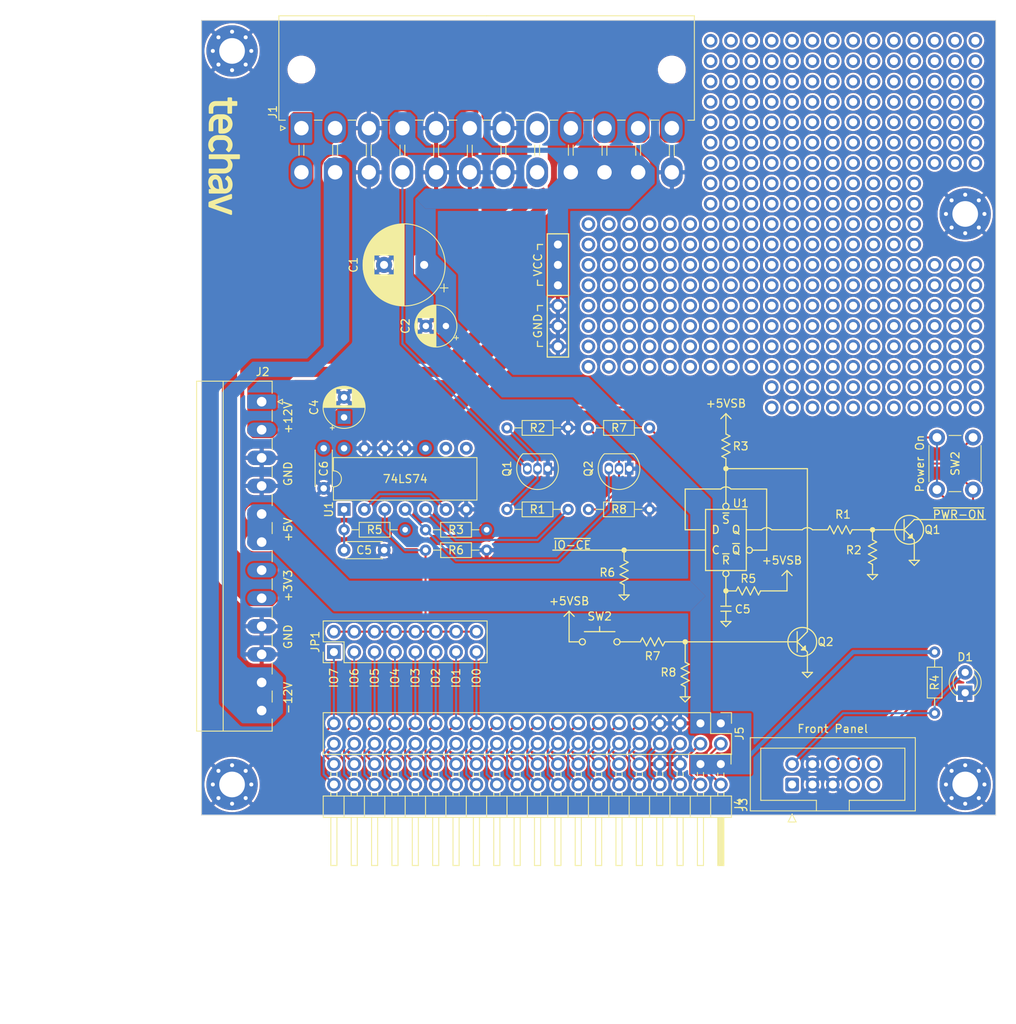
<source format=kicad_pcb>
(kicad_pcb (version 20240108) (generator "pcbnew") (generator_version "8.0")
  (layers (0 "F.Cu" signal) (31 "B.Cu" signal) (34 "B.Paste" user) (35 "F.Paste" user) (36 "B.SilkS" user "B.Silkscreen") (37 "F.SilkS" user "F.Silkscreen") (38 "B.Mask" user) (39 "F.Mask" user) (44 "Edge.Cuts" user))
  (net 0 "")
  (net 1 "GND")
  (net 2 "VCC")
  (net 3 "+3V3")
  (net 4 "+12V")
  (net 6 "/ATX-OK")
  (net 7 "/~{ATX-ON}")
  (net 8 "+5VD")
  (net 9 "-12V")
  (net 10 "/IO-A2")
  (net 11 "/IO-D0")
  (net 12 "/IO-A5")
  (net 13 "/IO-D2")
  (net 14 "/~{IO-RESET}")
  (net 15 "/~{IO-CE0}")
  (net 16 "/~{IO-CE4}")
  (net 17 "/~{IO-WR}")
  (net 18 "/~{CPU-IPL1}")
  (net 19 "/~{IO-CE7}")
  (net 20 "/IO-A6")
  (net 21 "/~{IO-CE3}")
  (net 22 "/~{IO-CE6}")
  (net 23 "/IO-A10")
  (net 24 "/IO-A7")
  (net 25 "/IO-D3")
  (net 26 "/IO-D1")
  (net 27 "/IO-A9")
  (net 28 "/~{CPU-IPL2}")
  (net 29 "/IO-D5")
  (net 30 "/IO-A12")
  (net 31 "/~{CPU-IPL0}")
  (net 32 "/IO-A1")
  (net 33 "/IO-A4")
  (net 34 "/IO-D6")
  (net 35 "/IO-A11")
  (net 36 "/IO-A3")
  (net 37 "/~{IO-RD}")
  (net 38 "/IO-RESET")
  (net 39 "/~{IO-CE5}")
  (net 40 "/~{IO-CE2}")
  (net 41 "/IO-D7")
  (net 42 "/IO-A8")
  (net 43 "/IO-D4")
  (net 44 "/IO-A0")
  (net 45 "/~{IO-CE1}")
  (net 46 "/~{IO-CE}")
  (net 47 "/PWR-ON")
  (net 48 "/PWR-LED")
  (net 49 "/PWR-SW")
  (net 54 "/~{PWR-ON-RST}")
  (net 55 "/PWR-ON-R")
  (net 56 "/PWR-SW-R")
  (net 57 "/~{PWR-SET}")
  (net 58 "/~{PWR-ON}")
  (footprint "Connector_PinHeader_2.54mm:PinHeader_1x11_P2.54mm_Vertical" (layer "F.Cu") (at 147.32 76.2 90)
    (property "Reference" "REF**" (hide yes))
    (property "Value" "PinHeader_1x11_P2.54mm_Vertical" (hide yes))
  )
  (footprint "Connector_IDC:IDC-Header_2x05_P2.54mm_Vertical" (layer "F.Cu") (at 149.86 123.19 90)
    (property "Reference" "J3")
    (property "Value" "Conn_02x05_Odd_Even")
  )
  (footprint "Connector_PinHeader_2.54mm:PinHeader_1x06_P2.54mm_Vertical" (layer "F.Cu") (at 120.65 55.88)
    (property "Reference" "J6" (hide yes))
    (property "Value" "Conn_01x06")
  )
  (footprint "Connector_PinHeader_2.54mm:PinHeader_1x20_P2.54mm_Vertical" (layer "F.Cu") (at 124.46 68.58 90)
    (property "Reference" "REF**" (hide yes))
    (property "Value" "PinHeader_1x20_P2.54mm_Vertical" (hide yes))
  )
  (footprint "Package_TO_SOT_THT:TO-92_Inline" (layer "F.Cu") (at 119.38 83.82 180)
    (property "Reference" "Q1")
    (property "Value" "PN2222A")
  )
  (footprint "Package_DIP:DIP-14_W7.62mm" (layer "F.Cu") (at 93.98 88.9 90)
    (property "Reference" "U1")
    (property "Value" "74LS74")
  )
  (footprint "Connector_PinHeader_2.54mm:PinHeader_1x20_P2.54mm_Vertical" (layer "F.Cu") (at 124.46 66.04 90)
    (property "Reference" "REF**" (hide yes))
    (property "Value" "PinHeader_1x20_P2.54mm_Vertical" (hide yes))
  )
  (footprint "Connector_PinHeader_2.54mm:PinHeader_1x14_P2.54mm_Vertical" (layer "F.Cu") (at 139.7 38.1 90)
    (property "Reference" "REF**" (hide yes))
    (property "Value" "PinHeader_1x14_P2.54mm_Vertical" (hide yes))
  )
  (footprint "Connector_PinHeader_2.54mm:PinHeader_1x14_P2.54mm_Vertical" (layer "F.Cu") (at 139.7 30.48 90)
    (property "Reference" "REF**" (hide yes))
    (property "Value" "PinHeader_1x14_P2.54mm_Vertical" (hide yes))
  )
  (footprint "Resistor_THT:R_Axial_DIN0204_L3.6mm_D1.6mm_P7.62mm_Horizontal" (layer "F.Cu") (at 114.3 78.74)
    (property "Reference" "R2")
    (property "Value" "4k7")
  )
  (footprint "Capacitor_THT:C_Disc_D4.3mm_W1.9mm_P5.00mm" (layer "F.Cu") (at 91.44 81.28 -90)
    (property "Reference" "C6")
    (property "Value" "100nF")
  )
  (footprint "Connector_PinHeader_2.54mm:PinHeader_1x17_P2.54mm_Vertical" (layer "F.Cu") (at 124.46 53.34 90)
    (property "Reference" "REF**" (hide yes))
    (property "Value" "PinHeader_1x17_P2.54mm_Vertical" (hide yes))
  )
  (footprint "Resistor_THT:R_Axial_DIN0204_L3.6mm_D1.6mm_P7.62mm_Horizontal" (layer "F.Cu") (at 132.08 78.74 180)
    (property "Reference" "R7")
    (property "Value" "4k7")
  )
  (footprint "MountingHole:MountingHole_3.2mm_M3_Pad_Via" (layer "F.Cu") (at 171.45 123.19)
    (property "Reference" "H3" (hide yes))
    (property "Value" "M3")
  )
  (footprint "Resistor_THT:R_Axial_DIN0204_L3.6mm_D1.6mm_P7.62mm_Horizontal" (layer "F.Cu") (at 124.46 88.9)
    (property "Reference" "R8")
    (property "Value" "4k7")
  )
  (footprint "Package_TO_SOT_THT:TO-92_Inline" (layer "F.Cu") (at 129.54 83.82 180)
    (property "Reference" "Q2")
    (property "Value" "PN2222A")
  )
  (footprint "Connector_PinHeader_2.54mm:PinHeader_2x20_P2.54mm_Horizontal" (layer "F.Cu") (at 140.97 120.65 -90)
    (property "Reference" "J4")
    (property "Value" "Conn_02x20_Odd_Even")
  )
  (footprint "Connector_PinHeader_2.54mm:PinHeader_1x20_P2.54mm_Vertical" (layer "F.Cu") (at 124.46 58.42 90)
    (property "Reference" "REF**" (hide yes))
    (property "Value" "PinHeader_1x20_P2.54mm_Vertical" (hide yes))
  )
  (footprint "Connector_PinHeader_2.54mm:PinHeader_1x20_P2.54mm_Vertical" (layer "F.Cu") (at 124.46 71.12 90)
    (property "Reference" "REF**" (hide yes))
    (property "Value" "PinHeader_1x20_P2.54mm_Vertical" (hide yes))
  )
  (footprint "Connector_Molex:Molex_Mini-Fit_Jr_5569-24A2_2x12_P4.20mm_Horizontal" (layer "F.Cu") (at 88.66 41.375)
    (property "Reference" "J1")
    (property "Value" "39-30-1240")
  )
  (footprint "Connector_PinHeader_2.54mm:PinHeader_1x11_P2.54mm_Vertical" (layer "F.Cu") (at 147.32 73.66 90)
    (property "Reference" "REF**" (hide yes))
    (property "Value" "PinHeader_1x11_P2.54mm_Vertical" (hide yes))
  )
  (footprint "Button_Switch_THT:SW_PUSH_6mm_H4.3mm" (layer "F.Cu") (at 167.93 86.435 90)
    (property "Reference" "SW2")
    (property "Value" "SW_Push")
  )
  (footprint "Connector_PinHeader_2.54mm:PinHeader_1x17_P2.54mm_Vertical" (layer "F.Cu") (at 124.46 55.88 90)
    (property "Reference" "REF**" (hide yes))
    (property "Value" "PinHeader_1x17_P2.54mm_Vertical" (hide yes))
  )
  (footprint "Resistor_THT:R_Axial_DIN0204_L3.6mm_D1.6mm_P7.62mm_Horizontal" (layer "F.Cu") (at 167.64 114.3 90)
    (property "Reference" "R4")
    (property "Value" "4k7")
  )
  (footprint "Resistor_THT:R_Axial_DIN0204_L3.6mm_D1.6mm_P7.62mm_Horizontal" (layer "F.Cu") (at 104.14 93.98)
    (property "Reference" "R6")
    (property "Value" "4k7")
  )
  (footprint "Connector_PinHeader_2.54mm:PinHeader_2x08_P2.54mm_Vertical" (layer "F.Cu") (at 92.71 106.68 90)
    (property "Reference" "JP1")
    (property "Value" "Conn_02x08_Odd_Even")
  )
  (footprint "Connector_PinHeader_2.54mm:PinHeader_1x14_P2.54mm_Vertical" (layer "F.Cu") (at 139.7 35.56 90)
    (property "Reference" "REF**" (hide yes))
    (property "Value" "PinHeader_1x14_P2.54mm_Vertical" (hide yes))
  )
  (footprint "Connector_PinHeader_2.54mm:PinHeader_1x14_P2.54mm_Vertical" (layer "F.Cu") (at 139.7 45.72 90)
    (property "Reference" "REF**" (hide yes))
    (property "Value" "PinHeader_1x14_P2.54mm_Vertical" (hide yes))
  )
  (footprint "LED_THT:LED_D3.0mm" (layer "F.Cu") (at 171.45 111.76 90)
    (property "Reference" "D1")
    (property "Value" "LED")
  )
  (footprint "Capacitor_THT:C_Disc_D4.3mm_W1.9mm_P5.00mm" (layer "F.Cu") (at 93.98 93.98)
    (property "Reference" "C5")
    (property "Value" "100nF")
  )
  (footprint "Resistor_THT:R_Axial_DIN0204_L3.6mm_D1.6mm_P7.62mm_Horizontal" (layer "F.Cu") (at 121.92 88.9 180)
    (property "Reference" "R1")
    (property "Value" "4k7")
  )
  (footprint "Connector_PinHeader_2.54mm:PinHeader_1x14_P2.54mm_Vertical" (layer "F.Cu") (at 139.7 33.02 90)
    (property "Reference" "REF**" (hide yes))
    (property "Value" "PinHeader_1x14_P2.54mm_Vertical" (hide yes))
  )
  (footprint "Connector_PinHeader_2.54mm:PinHeader_1x14_P2.54mm_Vertical" (layer "F.Cu") (at 139.7 40.64 90)
    (property "Reference" "REF**" (hide yes))
    (property "Value" "PinHeader_1x14_P2.54mm_Vertical" (hide yes))
  )
  (footprint "Connector_PinHeader_2.54mm:PinHeader_1x11_P2.54mm_Vertical" (layer "F.Cu") (at 139.7 48.26 90)
    (property "Reference" "REF**" (hide yes))
    (property "Value" "PinHeader_1x11_P2.54mm_Vertical" (hide yes))
  )
  (footprint "Connector_PinHeader_2.54mm:PinHeader_1x20_P2.54mm_Vertical" (layer "F.Cu") (at 124.46 60.96 90)
    (property "Reference" "REF**" (hide yes))
    (property "Value" "PinHeader_1x20_P2.54mm_Vertical" (hide yes))
  )
  (footprint "Connector_PinHeader_2.54mm:PinHeader_1x20_P2.54mm_Vertical" (layer "F.Cu") (at 124.46 63.5 90)
    (property "Reference" "REF**" (hide yes))
    (property "Value" "PinHeader_1x20_P2.54mm_Vertical" (hide yes))
  )
  (footprint "Connector_PinHeader_2.54mm:PinHeader_2x20_P2.54mm_Vertical" (layer "F.Cu") (at 140.97 115.57 -90)
    (property "Reference" "J5")
    (property "Value" "Conn_02x20_Odd_Even")
  )
  (footprint "Connector_PinHeader_2.54mm:PinHeader_1x11_P2.54mm_Vertical" (layer "F.Cu") (at 139.7 50.8 90)
    (property "Reference" "REF**" (hide yes))
    (property "Value" "PinHeader_1x11_P2.54mm_Vertical" (hide yes))
  )
  (footprint "Connector_Phoenix_MC:PhoenixContact_MC_1,5_12-G-3.5_1x12_P3.50mm_Horizontal" (layer "F.Cu") (at 83.7 75.475 -90)
    (property "Reference" "J2")
    (property "Value" "Phoenix 3,5mm")
  )
  (footprint "Capacitor_THT:CP_Radial_D10.0mm_P5.00mm" (layer "F.Cu") (at 103.967678 58.42 180)
    (property "Reference" "C1")
    (property "Value" "100uF")
  )
  (footprint "MountingHole:MountingHole_3.2mm_M3_Pad_Via" (layer "F.Cu") (at 171.45 52.07)
    (property "Reference" "H2" (hide yes))
    (property "Value" "M3")
  )
  (footprint "MountingHole:MountingHole_3.2mm_M3_Pad_Via" (layer "F.Cu") (at 80.01 123.19)
    (property "Reference" "H1" (hide yes))
    (property "Value" "M3")
  )
  (footprint "Resistor_THT:R_Axial_DIN0204_L3.6mm_D1.6mm_P7.62mm_Horizontal" (layer "F.Cu") (at 93.98 91.44)
    (property "Reference" "R5")
    (property "Value" "4k7")
  )
  (footprint "Connector_PinHeader_2.54mm:PinHeader_1x14_P2.54mm_Vertical" (layer "F.Cu") (at 139.7 43.18 90)
    (property "Reference" "REF**" (hide yes))
    (property "Value" "PinHeader_1x14_P2.54mm_Vertical" (hide yes))
  )
  (footprint "Capacitor_THT:CP_Radial_D5.0mm_P2.50mm" (layer "F.Cu") (at 106.68 66.04 180)
    (property "Reference" "C2")
    (property "Value" "10uF")
  )
  (footprint "MountingHole:MountingHole_3.2mm_M3_Pad_Via" (layer "F.Cu") (at 80.01 31.75)
    (property "Reference" "H4" (hide yes))
    (property "Value" "M3")
  )
  (footprint "Capacitor_THT:CP_Radial_D5.0mm_P2.50mm" (layer "F.Cu") (at 93.98 77.43 90)
    (property "Reference" "C4")
    (property "Value" "10uF")
  )
  (footprint "Resistor_THT:R_Axial_DIN0204_L3.6mm_D1.6mm_P7.62mm_Horizontal" (layer "F.Cu") (at 111.76 91.44 180)
    (property "Reference" "R3")
    (property "Value" "4k7")
  )
  (gr_line (start 163.83 90.169999) (end 163.83 92.71) (stroke (width 0.15)) (layer "F.SilkS"))
  (gr_line (start 163.83 91.44) (end 165.1 90.169999) (stroke (width 0.15)) (layer "F.SilkS"))
  (gr_line (start 136.525 110.998) (end 136.017 110.743999) (stroke (width 0.15)) (layer "F.SilkS"))
  (gr_line (start 151.765 109.855) (end 152.4 109.22) (stroke (width 0.15)) (layer "F.SilkS"))
  (gr_circle (center 123.698 105.41) (end 124.079 105.41) (stroke (width 0.15)) (fill none) (layer "F.SilkS"))
  (gr_line (start 159.893001 91.44) (end 159.892999 92.71) (stroke (width 0.15)) (layer "F.SilkS"))
  (gr_line (start 140.97 77.597002) (end 141.605 76.962001) (stroke (width 0.15)) (layer "F.SilkS"))
  (gr_line (start 142.113 81.787999) (end 141.097 81.28) (stroke (width 0.15)) (layer "F.SilkS"))
  (gr_line (start 159.258 97.028) (end 159.892998 97.663) (stroke (width 0.15)) (layer "F.SilkS"))
  (gr_line (start 125.857 104.140001) (end 125.857 103.505) (stroke (width 0.15)) (layer "F.SilkS"))
  (gr_arc (start 146.05 91.440001) (mid 146.685 91.176975) (end 147.32 91.44) (stroke (width 0.15)) (layer "F.SilkS"))
  (gr_line (start 144.145001 98.552) (end 144.653 99.567999) (stroke (width 0.15)) (layer "F.SilkS"))
  (gr_line (start 144.653 99.567999) (end 145.161 98.552) (stroke (width 0.15)) (layer "F.SilkS"))
  (gr_line (start 159.892998 97.663) (end 160.528 97.028) (stroke (width 0.15)) (layer "F.SilkS"))
  (gr_line (start 142.239999 86.360001) (end 146.685 86.36) (stroke (width 0.15)) (layer "F.SilkS"))
  (gr_line (start 128.27 99.568) (end 128.905 100.203) (stroke (width 0.15)) (layer "F.SilkS"))
  (gr_line (start 143.129 98.552) (end 143.637 99.568) (stroke (width 0.15)) (layer "F.SilkS"))
  (gr_line (start 151.764999 109.220001) (end 151.130001 109.22) (stroke (width 0.15)) (layer "F.SilkS"))
  (gr_line (start 129.413 97.536) (end 128.397 97.028) (stroke (width 0.15)) (layer "F.SilkS"))
  (gr_line (start 141.097 80.264) (end 142.113 79.755999) (stroke (width 0.15)) (layer "F.SilkS"))
  (gr_line (start 144.145 88.9) (end 144.145 96.520001) (stroke (width 0.15)) (layer "F.SilkS"))
  (gr_line (start 128.397 98.044) (end 129.413 97.536) (stroke (width 0.15)) (layer "F.SilkS"))
  (gr_line (start 141.097 82.296) (end 142.113 81.787999) (stroke (width 0.15)) (layer "F.SilkS"))
  (gr_line (start 159.893 95.758) (end 159.893 97.028) (stroke (width 0.15)) (layer "F.SilkS"))
  (gr_line (start 145.922999 99.060001) (end 149.225 99.06) (stroke (width 0.15)) (layer "F.SilkS"))
  (gr_line (start 154.305 91.44) (end 154.559 90.932) (stroke (width 0.15)) (layer "F.SilkS"))
  (gr_line (start 139.065 93.98) (end 120.015 93.98) (stroke (width 0.15)) (layer "F.SilkS"))
  (gr_line (start 154.559 90.932) (end 155.067 91.948) (stroke (width 0.15)) (layer "F.SilkS"))
  (gr_line (start 123.952 104.14) (end 127.762 104.14) (stroke (width 0.15)) (layer "F.SilkS"))
  (gr_circle (center 164.465 91.44) (end 165.735 92.71) (stroke (width 0.15)) (fill none) (layer "F.SilkS"))
  (gr_line (start 144.145 88.9) (end 139.065 88.9) (stroke (width 0.15)) (layer "F.SilkS"))
  (gr_line (start 133.223 104.901999) (end 133.731 105.918) (stroke (width 0.15)) (layer "F.SilkS"))
  (gr_line (start 142.239998 102.87) (end 141.605001 102.87) (stroke (width 0.15)) (layer "F.SilkS"))
  (gr_line (start 160.528 97.028) (end 159.893 97.028) (stroke (width 0.15)) (layer "F.SilkS"))
  (gr_circle (center 128.905 93.98) (end 129.159 93.98) (stroke (width 0.15)) (fill solid) (layer "F.SilkS"))
  (gr_line (start 149.86 97.155) (end 149.225 96.52) (stroke (width 0.15)) (layer "F.SilkS"))
  (gr_line (start 140.97 101.6) (end 142.240001 101.6) (stroke (width 0.15)) (layer "F.SilkS"))
  (gr_poly (pts (xy 80.074474 40.913283) (xy 80.069827 40.974902) (xy 80.062172 41.035596) (xy 80.051582 41.095294) (xy 80.038132 41.153919) (xy 80.021892 41.2114) (xy 80.00294 41.267659) (xy 79.981344 41.322624) (xy 79.957184 41.376218) (xy 79.930529 41.42837) (xy 79.901454 41.479005) (xy 79.870032 41.528046) (xy 79.836336 41.575421) (xy 79.800441 41.621054) (xy 79.762419 41.664871) (xy 79.722345 41.706799) (xy 79.680291 41.746761) (xy 79.636331 41.784685) (xy 79.590538 41.820496) (xy 79.542987 41.854119) (xy 79.49375 41.885479) (xy 79.442901 41.914503) (xy 79.390514 41.941116) (xy 79.336663 41.965244) (xy 79.281418 41.986811) (xy 79.224856 42.005745) (xy 79.167049 42.02197) (xy 79.108071 42.035411) (xy 79.047996 42.045996) (xy 78.986897 42.053649) (xy 78.924847 42.058293) (xy 78.86192 42.059859) (xy 78.52156 42.059858) (xy 78.510206 42.059578) (xy 78.499015 42.058745) (xy 78.487998 42.057372) (xy 78.477169 42.055473) (xy 78.466541 42.053061) (xy 78.456128 42.050148) (xy 78.445941 42.046747) (xy 78.435994 42.042872) (xy 78.4263 42.038536) (xy 78.416871 42.033752) (xy 78.407723 42.028532) (xy 78.398866 42.02289) (xy 78.390314 42.016838) (xy 78.382081 42.010391) (xy 78.374178 42.00356) (xy 78.36662 41.996359) (xy 78.359419 41.9888) (xy 78.352588 41.980898) (xy 78.34614 41.972664) (xy 78.340089 41.964113) (xy 78.334447 41.955256) (xy 78.329227 41.946108) (xy 78.324443 41.936679) (xy 78.320106 41.926985) (xy 78.316231 41.917038) (xy 78.312831 41.906851) (xy 78.309918 41.896437) (xy 78.307505 41.885809) (xy 78.305606 41.87498) (xy 78.304234 41.863964) (xy 78.303401 41.852772) (xy 78.303121 41.841419) (xy 78.303121 40.251379) (xy 78.27772 40.251379) (xy 78.246948 40.252163) (xy 78.216572 40.254483) (xy 78.18663 40.258307) (xy 78.157159 40.263593) (xy 78.128198 40.270304) (xy 78.099785 40.278403) (xy 78.071957 40.28785) (xy 78.044754 40.298607) (xy 78.018213 40.310637) (xy 77.992373 40.323902) (xy 77.967271 40.338362) (xy 77.942947 40.353981) (xy 77.919435 40.37072) (xy 77.896778 40.38854) (xy 77.875012 40.407404) (xy 77.854175 40.427274) (xy 77.834305 40.448111) (xy 77.815441 40.469877) (xy 77.797621 40.492535) (xy 77.780882 40.516046) (xy 77.765263 40.54037) (xy 77.750802 40.565472) (xy 77.737538 40.591313) (xy 77.725508 40.617853) (xy 77.71475 40.645057) (xy 77.705303 40.672884) (xy 77.697205 40.701297) (xy 77.690494 40.730258) (xy 77.685207 40.759729) (xy 77.681384 40.789672) (xy 77.679062 40.820048) (xy 77.67828 40.850819) (xy 77.67828 41.658539) (xy 77.678147 41.66421) (xy 77.677751 41.669783) (xy 77.677099 41.675257) (xy 77.676196 41.680625) (xy 77.675047 41.685882) (xy 77.673659 41.691021) (xy 77.672036 41.696037) (xy 77.670184 41.700925) (xy 77.668108 41.705679) (xy 77.665815 41.710295) (xy 77.663311 41.714764) (xy 77.660599 41.719082) (xy 77.657687 41.723245) (xy 77.654579 41.727246) (xy 77.651281 41.731079) (xy 77.647799 41.734739) (xy 77.64414 41.738221) (xy 77.640306 41.741518) (xy 77.636306 41.744626) (xy 77.632143 41.747538) (xy 77.627824 41.75025) (xy 77.623355 41.752755) (xy 77.61874 41.755048) (xy 77.613986 41.757123) (xy 77.609098 41.758975) (xy 77.604082 41.760598) (xy 77.598942 41.761988) (xy 77.593686 41.763135) (xy 77.588318 41.764039) (xy 77.582844 41.764692) (xy 77.577269 41.765086) (xy 77.5716 41.765219) (xy 77.20584 41.765219) (xy 77.20017 41.765086) (xy 77.194596 41.764691) (xy 77.189122 41.764039) (xy 77.183754 41.763135) (xy 77.178497 41.761987) (xy 77.173358 41.760598) (xy 77.168342 41.758975) (xy 77.163454 41.757123) (xy 77.158699 41.755048) (xy 77.154085 41.752755) (xy 77.149615 41.75025) (xy 77.145297 41.747538) (xy 77.141133 41.744626) (xy 77.137133 41.741518) (xy 77.1333 41.738221) (xy 77.12964 41.734739) (xy 77.126158 41.731079) (xy 77.122861 41.727246) (xy 77.119753 41.723245) (xy 77.116841 41.719082) (xy 77.114129 41.714763) (xy 77.111624 41.710294) (xy 77.109331 41.705679) (xy 77.107256 41.700925) (xy 77.105404 41.696037) (xy 77.103781 41.691021) (xy 77.102392 41.685882) (xy 77.101243 41.680625) (xy 77.10034 41.675257) (xy 77.099688 41.669783) (xy 77.099293 41.664209) (xy 77.09916 41.658539) (xy 77.09916 40.850819) (xy 77.100725 40.788353) (xy 77.105372 40.726736) (xy 77.113027 40.666041) (xy 77.123617 40.606344) (xy 77.137068 40.547718) (xy 77.153307 40.490238) (xy 77.17226 40.433978) (xy 77.193855 40.379014) (xy 77.218015 40.325418) (xy 77.24467 40.273266) (xy 77.273745 40.222633) (xy 77.305167 40.173591) (xy 77.338863 40.126217) (xy 77.374758 40.080584) (xy 77.41278 40.036767) (xy 77.452855 39.994839) (xy 77.494909 39.954876) (xy 77.538869 39.916952) (xy 77.584661 39.881142) (xy 77.632212 39.847519) (xy 77.681449 39.816158) (xy 77.732298 39.787134) (xy 77.784685 39.760521) (xy 77.838538 39.736394) (xy 77.893782 39.714826) (xy 77.950344 39.695893) (xy 78.00815 39.679668) (xy 78.067128 39.666226) (xy 78.127203 39.655642) (xy 78.188301 39.64799) (xy 78.250352 39.643344) (xy 78.31328 39.641779) (xy 78.86192 39.641779) (xy 78.89748 39.642663) (xy 78.89748 40.25138) (xy 78.85176 40.25138) (xy 78.851761 41.450259) (xy 78.89748 41.45026) (xy 78.928251 41.449477) (xy 78.958627 41.447155) (xy 78.98857 41.443332) (xy 79.018042 41.438045) (xy 79.047002 41.431335) (xy 79.075416 41.423236) (xy 79.103242 41.413789) (xy 79.130445 41.403031) (xy 79.156986 41.391) (xy 79.182827 41.377737) (xy 79.207929 41.363276) (xy 79.232254 41.347657) (xy 79.255764 41.330918) (xy 79.278421 41.313098) (xy 79.300188 41.294234) (xy 79.321026 41.274364) (xy 79.340894 41.253527) (xy 79.359759 41.231761) (xy 79.377579 41.209104) (xy 79.394318 41.185593) (xy 79.409936 41.161268) (xy 79.424397 41.136166) (xy 79.437662 41.110326) (xy 79.449692 41.083784) (xy 79.460449 41.056582) (xy 79.469896 41.028754) (xy 79.477995 41.000341) (xy 79.484707 40.97138) (xy 79.489992 40.941909) (xy 79.493815 40.911967) (xy 79.496137 40.881591) (xy 79.49692 40.850819) (xy 79.496137 40.820048) (xy 79.493816 40.789672) (xy 79.489992 40.75973) (xy 79.484706 40.730259) (xy 79.477995 40.701298) (xy 79.469896 40.672884) (xy 79.460449 40.645057) (xy 79.449692 40.617853) (xy 79.437662 40.591314) (xy 79.424397 40.565473) (xy 79.409936 40.540371) (xy 79.394318 40.516045) (xy 79.377579 40.492535) (xy 79.359759 40.469878) (xy 79.340894 40.448112) (xy 79.321026 40.427274) (xy 79.300188 40.407405) (xy 79.278421 40.388542) (xy 79.255764 40.37072) (xy 79.232254 40.353982) (xy 79.207929 40.338363) (xy 79.182827 40.323902) (xy 79.156986 40.310637) (xy 79.130445 40.298608) (xy 79.103242 40.28785) (xy 79.075415 40.278403) (xy 79.047002 40.270305) (xy 79.018042 40.263593) (xy 78.98857 40.258307) (xy 78.958628 40.254484) (xy 78.928251 40.252163) (xy 78.89748 40.25138) (xy 78.89748 39.642663) (xy 78.924847 39.643344) (xy 78.986896 39.64799) (xy 79.047996 39.655642) (xy 79.108071 39.666226) (xy 79.167049 39.679668) (xy 79.224856 39.695893) (xy 79.281418 39.714826) (xy 79.336663 39.736394) (xy 79.390514 39.760521) (xy 79.442901 39.787134) (xy 79.49375 39.816158) (xy 79.542987 39.847519) (xy 79.590538 39.881142) (xy 79.636331 39.916952) (xy 79.680291 39.954876) (xy 79.722345 39.994839) (xy 79.762419 40.036766) (xy 79.800441 40.080584) (xy 79.836336 40.126217) (xy 79.870032 40.173591) (xy 79.901454 40.222633) (xy 79.930529 40.273266) (xy 79.957184 40.325418) (xy 79.981344 40.379014) (xy 80.002939 40.433978) (xy 80.021892 40.490238) (xy 80.038131 40.547718) (xy 80.051582 40.606344) (xy 80.062172 40.666041) (xy 80.069827 40.726736) (xy 80.074474 40.788353) (xy 80.07604 40.850819)) (stroke (width -0.000001)) (fill solid) (layer "F.SilkS"))
  (gr_line (start 118.11 64.135) (end 118.11 63.5) (stroke (width 0.15)) (layer "F.SilkS"))
  (gr_line (start 156.591 90.932) (end 157.099 91.948) (stroke (width 0.15)) (layer "F.SilkS"))
  (gr_line (start 140.97 100.965) (end 142.24 100.965) (stroke (width 0.15)) (layer "F.SilkS"))
  (gr_line (start 159.385001 95.504) (end 160.401 94.996) (stroke (width 0.15)) (layer "F.SilkS"))
  (gr_line (start 131.191 104.901999) (end 131.699 105.918) (stroke (width 0.15)) (layer "F.SilkS"))
  (gr_line (start 146.05 91.440001) (end 144.145 91.44) (stroke (width 0.15)) (layer "F.SilkS"))
  (gr_line (start 159.893 97.028) (end 159.258 97.028) (stroke (width 0.15)) (layer "F.SilkS"))
  (gr_line (start 150.495 105.41) (end 136.525 105.41) (stroke (width 0.15)) (layer "F.SilkS"))
  (gr_line (start 136.525 112.903) (end 137.159999 112.268001) (stroke (width 0.15)) (layer "F.SilkS"))
  (gr_line (start 148.59 97.155) (end 149.225 96.52) (stroke (width 0.15)) (layer "F.SilkS"))
  (gr_line (start 145.669 99.568) (end 145.922999 99.060001) (stroke (width 0.15)) (layer "F.SilkS"))
  (gr_line (start 137.033 110.236001) (end 136.017 109.728) (stroke (width 0.15)) (layer "F.SilkS"))
  (gr_poly (pts (xy 80.009852 52.077069) (xy 80.009413 52.083984) (xy 80.00869 52.090741) (xy 80.007688 52.097335) (xy 80.006415 52.103762) (xy 80.004876 52.110017) (xy 80.003079 52.116095) (xy 80.00103 52.121991) (xy 79.998736 52.127702) (xy 79.996202 52.133222) (xy 79.993436 52.138546) (xy 79.990444 52.143671) (xy 79.987232 52.148591) (xy 79.983807 52.153301) (xy 79.980176 52.157798) (xy 79.976345 52.162076) (xy 79.97232 52.166131) (xy 79.968108 52.169958) (xy 79.963716 52.173552) (xy 79.959151 52.176909) (xy 79.954417 52.180024) (xy 79.949522 52.182893) (xy 79.944473 52.185511) (xy 79.939277 52.187873) (xy 79.933939 52.189974) (xy 79.928466 52.19181) (xy 79.922864 52.193377) (xy 79.917141 52.194669) (xy 79.911302 52.195683) (xy 79.905355 52.196412) (xy 79.899305 52.196853) (xy 79.89316 52.197001) (xy 79.890302 52.196943) (xy 79.887445 52.196774) (xy 79.884587 52.196499) (xy 79.881729 52.196128) (xy 79.878872 52.195668) (xy 79.876015 52.195126) (xy 79.873157 52.194509) (xy 79.8703 52.193826) (xy 79.864585 52.192288) (xy 79.85887 52.190572) (xy 79.84744 52.186842) (xy 77.17536 51.247042) (xy 77.163222 51.241869) (xy 77.151597 51.2359) (xy 77.140523 51.229172) (xy 77.130037 51.221721) (xy 77.120176 51.213587) (xy 77.110977 51.204805) (xy 77.102478 51.195411) (xy 77.094715 51.185447) (xy 77.087726 51.174946) (xy 77.081549 51.163947) (xy 77.076219 51.152484) (xy 77.071776 51.1406) (xy 77.068255 51.128328) (xy 77.065694 51.115706) (xy 77.06413 51.102772) (xy 77.063733 51.096199) (xy 77.0636 51.089562) (xy 77.06868 50.688239) (xy 77.069097 50.67503) (xy 77.069618 50.668526) (xy 77.070347 50.662095) (xy 77.071285 50.655743) (xy 77.072431 50.649473) (xy 77.073785 50.643291) (xy 77.075348 50.637201) (xy 77.077119 50.631207) (xy 77.079098 50.625316) (xy 77.081286 50.61953) (xy 77.083682 50.613855) (xy 77.086286 50.608294) (xy 77.089099 50.602855) (xy 77.09212 50.59754) (xy 77.09535 50.592354) (xy 77.098788 50.587302) (xy 77.102434 50.582389) (xy 77.106289 50.577619) (xy 77.110352 50.572997) (xy 77.114623 50.568527) (xy 77.119103 50.564215) (xy 77.123791 50.560064) (xy 77.128688 50.55608) (xy 77.133792 50.552267) (xy 77.139105 50.54863) (xy 77.144627 50.545173) (xy 77.150358 50.541902) (xy 77.156295 50.53882) (xy 77.162442 50.535933) (xy 77.168798 50.533244) (xy 77.17536 50.530759) (xy 79.84744 49.590961) (xy 79.858869 49.58723) (xy 79.864585 49.585512) (xy 79.8703 49.583975) (xy 79.873156 49.583292) (xy 79.876015 49.582676) (xy 79.878872 49.582135) (xy 79.88173 49.581674) (xy 79.884587 49.581303) (xy 79.887445 49.581029) (xy 79.890302 49.580859) (xy 79.89316 49.580801) (xy 79.899305 49.580949) (xy 79.905355 49.58139) (xy 79.911302 49.582118) (xy 79.917141 49.583132) (xy 79.922864 49.584424) (xy 79.928465 49.58599) (xy 79.933938 49.587828) (xy 79.939277 49.589929) (xy 79.944473 49.59229) (xy 79.949522 49.594908) (xy 79.954416 49.597777) (xy 79.959151 49.600892) (xy 79.963716 49.604249) (xy 79.968108 49.607844) (xy 79.97232 49.611671) (xy 79.976345 49.615725) (xy 79.980176 49.620003) (xy 79.983807 49.6245) (xy 79.987232 49.629211) (xy 79.990444 49.63413) (xy 79.993436 49.639255) (xy 79.996202 49.644579) (xy 79.998736 49.650099) (xy 80.00103 49.65581) (xy 80.003079 49.661706) (xy 80.004876 49.667784) (xy 80.006415 49.674039) (xy 80.007688 49.680465) (xy 80.008689 49.68706) (xy 80.009413 49.693817) (xy 80.009852 49.700732) (xy 80.01 49.707799) (xy 80.01 50.063401) (xy 80.009866 50.070037) (xy 80.00947 50.076609) (xy 80.008815 50.083111) (xy 80.007906 50.089535) (xy 80.006748 50.095877) (xy 80.005345 50.102132) (xy 80.003703 50.108295) (xy 80.001824 50.114359) (xy 79.999715 50.120319) (xy 79.99738 50.126169) (xy 79.994823 50.131903) (xy 79.992051 50.137517) (xy 79.989065 50.143004) (xy 79.985873 50.148359) (xy 79.982478 50.153577) (xy 79.978885 50.15865) (xy 79.975099 50.163575) (xy 79.971123 50.168346) (xy 79.966963 50.172957) (xy 79.962623 50.177403) (xy 79.958108 50.181676) (xy 79.953424 50.185774) (xy 79.948574 50.189689) (xy 79.943563 50.193416) (xy 79.938395 50.19695) (xy 79.933077 50.200284) (xy 79.927611 50.203414) (xy 79.922003 50.206334) (xy 79.916257 50.209038) (xy 79.910379 50.211521) (xy 79.904371 50.213775) (xy 79.89824 50.2158) (xy 77.85608 50.9016) (xy 79.89824 51.5874) (xy 79.910379 51.591679) (xy 79.922003 51.596866) (xy 79.933077 51.602915) (xy 79.943563 51.609784) (xy 79.953424 51.617426) (xy 79.962623 51.625798) (xy 79.971122 51.634854) (xy 79.978885 51.64455) (xy 79.985874 51.654842) (xy 79.992052 51.665684) (xy 79.99738 51.677032) (xy 80.001824 51.688842) (xy 80.005345 51.701068) (xy 80.007906 51.713666) (xy 80.00947 51.726592) (xy 80.009867 51.733163) (xy 80.01 51.7398) (xy 80.01 52.07)) (stroke (width -0.000001)) (fill solid) (layer "F.SilkS"))
  (gr_line (start 163.83 91.44) (end 165.099999 92.71) (stroke (width 0.15)) (layer "F.SilkS"))
  (gr_line (start 118.11 55.88) (end 118.11 56.515) (stroke (width 0.15)) (layer "F.SilkS"))
  (gr_line (start 152.4 109.22) (end 151.764999 109.220001) (stroke (width 0.15)) (layer "F.SilkS"))
  (gr_line (start 129.539999 99.568) (end 128.905 99.568) (stroke (width 0.15)) (layer "F.SilkS"))
  (gr_line (start 156.083 91.948) (end 156.591 90.932) (stroke (width 0.15)) (layer "F.SilkS"))
  (gr_line (start 121.412 102.235) (end 122.047 101.599999) (stroke (width 0.15)) (layer "F.SilkS"))
  (gr_line (start 131.699 105.918) (end 132.207 104.902) (stroke (width 0.15)) (layer "F.SilkS"))
  (gr_line (start 152.4 91.440001) (end 154.305 91.44) (stroke (width 0.15)) (layer "F.SilkS"))
  (gr_line (start 129.413 95.504) (end 128.904999 95.250002) (stroke (width 0.15)) (layer "F.SilkS"))
  (gr_line (start 136.525001 91.44) (end 139.065 91.440001) (stroke (width 0.15)) (layer "F.SilkS"))
  (gr_line (start 142.239998 77.597001) (end 141.605 76.962001) (stroke (width 0.15)) (layer "F.SilkS"))
  (gr_line (start 136.525 105.41) (end 133.985 105.41) (stroke (width 0.15)) (layer "F.SilkS"))
  (gr_circle (center 144.526 93.98) (end 144.145 93.98) (stroke (width 0.15)) (fill none) (layer "F.SilkS"))
  (gr_line (start 128.905 93.98) (end 128.905 95.25) (stroke (width 0.15)) (layer "F.SilkS"))
  (gr_line (start 128.397 97.028) (end 129.412999 96.52) (stroke (width 0.15)) (layer "F.SilkS"))
  (gr_line (start 130.937 105.41) (end 131.191 104.901999) (stroke (width 0.15)) (layer "F.SilkS"))
  (gr_line (start 132.207 104.902) (end 132.715 105.918001) (stroke (width 0.15)) (layer "F.SilkS"))
  (gr_poly (pts (xy 164.338 92.456) (xy 164.846 91.948) (xy 164.846 92.456)) (stroke (width 0.15)) (fill solid) (layer "F.SilkS"))
  (gr_line (start 146.685 93.98) (end 146.685 86.36) (stroke (width 0.15)) (layer "F.SilkS"))
  (gr_line (start 165.099999 95.885) (end 165.735 95.249999) (stroke (width 0.15)) (layer "F.SilkS"))
  (gr_line (start 151.765 104.14) (end 150.495 105.41) (stroke (width 0.15)) (layer "F.SilkS"))
  (gr_line (start 118.745 55.88) (end 118.11 55.88) (stroke (width 0.15)) (layer "F.SilkS"))
  (gr_line (start 136.525 86.36) (end 140.97 86.360001) (stroke (width 0.15)) (layer "F.SilkS"))
  (gr_line (start 142.113 80.772) (end 141.097 80.264) (stroke (width 0.15)) (layer "F.SilkS"))
  (gr_arc (start 140.97 86.360001) (mid 141.605 86.096975) (end 142.239999 86.360001) (stroke (width 0.15)) (layer "F.SilkS"))
  (gr_line (start 150.495 105.41) (end 151.765 106.68) (stroke (width 0.15)) (layer "F.SilkS"))
  (gr_line (start 129.412999 96.52) (end 128.397 96.012) (stroke (width 0.15)) (layer "F.SilkS"))
  (gr_circle (center 128.016 105.41) (end 128.397 105.41) (stroke (width 0.15)) (fill none) (layer "F.SilkS"))
  (gr_line (start 139.065 96.52) (end 144.145 96.520001) (stroke (width 0.15)) (layer "F.SilkS"))
  (gr_poly (pts (xy 80.665186 38.505078) (xy 80.664791 38.510653) (xy 80.66414 38.516127) (xy 80.663236 38.521495) (xy 80.662087 38.526751) (xy 80.660698 38.531891) (xy 80.659075 38.536907) (xy 80.657223 38.541795) (xy 80.655148 38.54655) (xy 80.652856 38.551164) (xy 80.65035 38.555633) (xy 80.647638 38.559952) (xy 80.644726 38.564113) (xy 80.641618 38.568115) (xy 80.638321 38.571948) (xy 80.634839 38.57561) (xy 80.631179 38.57909) (xy 80.627346 38.582389) (xy 80.623344 38.585495) (xy 80.619182 38.588408) (xy 80.614864 38.591119) (xy 80.610394 38.593624) (xy 80.605781 38.595917) (xy 80.601025 38.597992) (xy 80.596137 38.599844) (xy 80.591122 38.601467) (xy 80.585982 38.602856) (xy 80.580725 38.604005) (xy 80.575357 38.604908) (xy 80.569883 38.60556) (xy 80.564309 38.605956) (xy 80.558639 38.606089) (xy 80.009999 38.606089) (xy 80.009999 39.464608) (xy 80.009866 39.470278) (xy 80.00947 39.475852) (xy 80.008819 39.481327) (xy 80.007916 39.486695) (xy 80.006767 39.491951) (xy 80.005378 39.49709) (xy 80.003755 39.502108) (xy 80.001904 39.506995) (xy 79.999828 39.511749) (xy 79.997535 39.516363) (xy 79.995031 39.520833) (xy 79.992318 39.525152) (xy 79.989406 39.529314) (xy 79.986298 39.533315) (xy 79.983001 39.537148) (xy 79.979519 39.540808) (xy 79.975859 39.54429) (xy 79.972026 39.547588) (xy 79.968025 39.550695) (xy 79.963863 39.553608) (xy 79.959544 39.556319) (xy 79.955074 39.558824) (xy 79.95046 39.561117) (xy 79.945706 39.563192) (xy 79.940817 39.565044) (xy 79.935801 39.566667) (xy 79.930662 39.568056) (xy 79.925405 39.569205) (xy 79.920037 39.570108) (xy 79.914563 39.57076) (xy 79.908988 39.571155) (xy 79.903319 39.571288) (xy 79.542639 39.571288) (xy 79.53697 39.571155) (xy 79.531395 39.57076) (xy 79.525921 39.570108) (xy 79.520553 39.569205) (xy 79.515297 39.568056) (xy 79.510158 39.566667) (xy 79.505141 39.565044) (xy 79.500253 39.563192) (xy 79.495499 39.561117) (xy 79.490884 39.558824) (xy 79.486415 39.556319) (xy 79.482096 39.553608) (xy 79.477933 39.550695) (xy 79.473933 39.547588) (xy 79.470101 39.54429) (xy 79.466439 39.540808) (xy 79.462958 39.537147) (xy 79.45966 39.533315) (xy 79.456552 39.529314) (xy 79.45364 39.525152) (xy 79.450929 39.520833) (xy 79.448424 39.516363) (xy 79.446131 39.511749) (xy 79.444056 39.506995) (xy 79.442204 39.502107) (xy 79.44058 39.49709) (xy 79.439192 39.491951) (xy 79.438043 39.486695) (xy 79.43714 39.481327) (xy 79.436488 39.475852) (xy 79.436092 39.470278) (xy 79.435959 39.464608) (xy 79.435959 38.606088) (xy 78.00848 38.606088) (xy 77.98964 38.606459) (xy 77.971228 38.607563) (xy 77.953255 38.609391) (xy 77.935733 38.611932) (xy 77.918671 38.615176) (xy 77.902082 38.619115) (xy 77.885977 38.623735) (xy 77.870367 38.629029) (xy 77.855262 38.634983) (xy 77.840676 38.64159) (xy 77.826617 38.648839) (xy 77.813098 38.65672) (xy 77.80013 38.665223) (xy 77.787722 38.674335) (xy 77.775889 38.684049) (xy 77.76464 38.694353) (xy 77.753986 38.705239) (xy 77.743938 38.716694) (xy 77.734508 38.728709) (xy 77.725706 38.741274) (xy 77.717545 38.754378) (xy 77.710035 38.768012) (xy 77.703187 38.782165) (xy 77.697012 38.796827) (xy 77.691522 38.811988) (xy 77.686729 38.827635) (xy 77.682641 38.843762) (xy 77.679272 38.860356) (xy 77.676632 38.877408) (xy 77.674733 38.894908) (xy 77.673586 38.912845) (xy 77.6732 38.931208) (xy 77.66812 39.464608) (xy 77.667987 39.470278) (xy 77.667591 39.475852) (xy 77.666939 39.481326) (xy 77.666036 39.486694) (xy 77.664887 39.491951) (xy 77.663499 39.49709) (xy 77.661875 39.502106) (xy 77.660024 39.506995) (xy 77.657949 39.511749) (xy 77.655655 39.516363) (xy 77.653149 39.520833) (xy 77.650439 39.525151) (xy 77.647527 39.529314) (xy 77.64442 39.533315) (xy 77.641121 39.537148) (xy 77.63764 39.540808) (xy 77.633981 39.54429) (xy 77.630146 39.547587) (xy 77.626146 39.550695) (xy 77.621983 39.553608) (xy 77.617664 39.556319) (xy 77.613195 39.558825) (xy 77.608581 39.561117) (xy 77.603826 39.563192) (xy 77.598938 39.565044) (xy 77.593921 39.566667) (xy 77.588782 39.568056) (xy 77.583526 39.569205) (xy 77.578158 39.570109) (xy 77.572684 39.57076) (xy 77.567109 39.571155) (xy 77.561441 39.571288) (xy 77.205839 39.571288) (xy 77.20017 39.571155) (xy 77.194596 39.57076) (xy 77.189122 39.570109) (xy 77.183754 39.569205) (xy 77.178497 39.568057) (xy 77.173358 39.566667) (xy 77.168342 39.565044) (xy 77.163454 39.563192) (xy 77.158699 39.561117) (xy 77.154086 39.558824) (xy 77.149615 39.556319) (xy 77.145297 39.553608) (xy 77.141134 39.550695) (xy 77.137133 39.547587) (xy 77.133299 39.54429) (xy 77.12964 39.540807) (xy 77.126158 39.537148) (xy 77.12286 39.533315) (xy 77.119753 39.529314) (xy 77.116841 39.525152) (xy 77.114129 39.520833) (xy 77.111624 39.516363) (xy 77.109331 39.511749) (xy 77.107256 39.506995) (xy 77.105404 39.502105) (xy 77.103781 39.49709) (xy 77.102392 39.491951) (xy 77.101244 39.486694) (xy 77.10034 39.481326) (xy 77.099688 39.475852) (xy 77.099293 39.470278) (xy 77.09916 39.464608) (xy 77.09916 38.885488) (xy 77.100195 38.836455) (xy 77.103282 38.78844) (xy 77.108385 38.741478) (xy 77.115471 38.695604) (xy 77.124507 38.650853) (xy 77.135459 38.607262) (xy 77.148293 38.564865) (xy 77.162977 38.523697) (xy 77.179477 38.483795) (xy 77.197758 38.445193) (xy 77.217789 38.407927) (xy 77.239534 38.372031) (xy 77.262962 38.337543) (xy 77.288037 38.304496) (xy 77.314727 38.272926) (xy 77.343 38.242868) (xy 77.372819 38.214359) (xy 77.404153 38.187432) (xy 77.436968 38.162125) (xy 77.47123 38.13847) (xy 77.506906 38.116506) (xy 77.543962 38.096265) (xy 77.582365 38.077785) (xy 77.622082 38.0611) (xy 77.663079 38.046245) (xy 77.705322 38.033257) (xy 77.748778 38.022169) (xy 77.793413 38.013018) (xy 77.839193 38.00584) (xy 77.886087 38.000668) (xy 77.934061 37.997539) (xy 77.983079 37.996488) (xy 79.441039 37.996488) (xy 79.441039 37.645969) (xy 79.441171 37.640299) (xy 79.441568 37.634725) (xy 79.44222 37.62925) (xy 79.443122 37.623882) (xy 79.444271 37.618626) (xy 79.44566 37.613487) (xy 79.447284 37.60847) (xy 79.449136 37.603582) (xy 79.451211 37.598828) (xy 79.453503 37.594214) (xy 79.456009 37.589744) (xy 79.45872 37.585425) (xy 79.461633 37.581263) (xy 79.46474 37.577262) (xy 79.468038 37.573429) (xy 79.471519 37.569769) (xy 79.47518 37.566287) (xy 79.479013 37.562989) (xy 79.483014 37.559882) (xy 79.487176 37.556969) (xy 79.491495 37.554258) (xy 79.495964 37.551753) (xy 79.500579 37.54946) (xy 79.505333 37.547385) (xy 79.510221 37.545533) (xy 79.515238 37.54391) (xy 79.520377 37.542521) (xy 79.525633 37.541372) (xy 79.531001 37.54047) (xy 79.536475 37.539817) (xy 79.54205 37.539422) (xy 79.547719 37.539289) (xy 79.903319 37.539289) (xy 79.908989 37.539422) (xy 79.914563 37.539817) (xy 79.920037 37.54047) (xy 79.925405 37.541372) (xy 79.930662 37.542522) (xy 79.935801 37.54391) (xy 79.940817 37.545533) (xy 79.945706 37.547385) (xy 79.95046 37.54946) (xy 79.955074 37.551754) (xy 79.959544 37.554258) (xy 79.963863 37.556969) (xy 79.968025 37.559882) (xy 79.972026 37.562989) (xy 79.975859 37.566287) (xy 79.979519 37.569769) (xy 79.983001 37.573429) (xy 79.986298 37.577262) (xy 79.989406 37.581263) (xy 79.992318 37.585425) (xy 79.99503 37.589744) (xy 79.997534 37.594214) (xy 79.999828 37.598828) (xy 80.001903 37.603582) (xy 80.003755 37.60847) (xy 80.005378 37.613487) (xy 80.006766 37.618626) (xy 80.007915 37.623882) (xy 80.008819 37.62925) (xy 80.009471 37.634725) (xy 80.009866 37.640299) (xy 80.009999 37.645969) (xy 80.009999 37.996488) (xy 80.558639 37.996488) (xy 80.564309 37.996621) (xy 80.569883 37.997017) (xy 80.575357 37.997669) (xy 80.580725 37.998572) (xy 80.585982 37.999721) (xy 80.591121 38.00111) (xy 80.596137 38.002734) (xy 80.601025 38.004585) (xy 80.60578 38.00666) (xy 80.610394 38.008953) (xy 80.614864 38.011458) (xy 80.619182 38.014169) (xy 80.623345 38.017082) (xy 80.627346 38.020189) (xy 80.631178 38.023487) (xy 80.634839 38.026968) (xy 80.638321 38.03063) (xy 80.641617 38.034462) (xy 80.644726 38.038463) (xy 80.647638 38.042625) (xy 80.65035 38.046944) (xy 80.652855 38.051413) (xy 80.655148 38.056028) (xy 80.657223 38.060782) (xy 80.659075 38.06567) (xy 80.660698 38.070687) (xy 80.662087 38.075826) (xy 80.663236 38.081082) (xy 80.664139 38.08645) (xy 80.664791 38.091924) (xy 80.665186 38.097499) (xy 80.665319 38.103168) (xy 80.665319 38.49941)) (stroke (width -0.000001)) (fill solid) (layer "F.SilkS"))
  (gr_line (start 159.385 94.488) (end 160.401 93.98) (stroke (width 0.15)) (layer "F.SilkS"))
  (gr_line (start 145.161 98.552) (end 145.669 99.568) (stroke (width 0.15)) (layer "F.SilkS"))
  (gr_line (start 128.905 100.203) (end 129.539999 99.568) (stroke (width 0.15)) (layer "F.SilkS"))
  (gr_circle (center 136.525 105.41) (end 136.779 105.41) (stroke (width 0.15)) (fill solid) (layer "F.SilkS"))
  (gr_line (start 136.525 110.998) (end 136.525001 112.268) (stroke (width 0.15)) (layer "F.SilkS"))
  (gr_line (start 137.033 108.204) (end 136.525 107.950001) (stroke (width 0.15)) (layer "F.SilkS"))
  (gr_line (start 141.605 101.6) (end 141.605001 102.87) (stroke (width 0.15)) (layer "F.SilkS"))
  (gr_line (start 135.89 112.268001) (end 136.525 112.903) (stroke (width 0.15)) (layer "F.SilkS"))
  (gr_line (start 136.525 105.41) (end 136.525001 107.95) (stroke (width 0.15)) (layer "F.SilkS"))
  (gr_line (start 165.100001 95.25) (end 164.465 95.25) (stroke (width 0.15)) (layer "F.SilkS"))
  (gr_line (start 160.401 93.98) (end 159.385001 93.472) (stroke (width 0.15)) (layer "F.SilkS"))
  (gr_poly (pts (xy 151.003 106.426) (xy 151.511001 105.918) (xy 151.511 106.426)) (stroke (width 0.15)) (fill solid) (layer "F.SilkS"))
  (gr_line (start 159.893 95.758) (end 159.385001 95.504) (stroke (width 0.15)) (layer "F.SilkS"))
  (gr_line (start 155.575 90.932) (end 156.083 91.948) (stroke (width 0.15)) (layer "F.SilkS"))
  (gr_line (start 141.605 99.060001) (end 141.605 100.965) (stroke (width 0.15)) (layer "F.SilkS"))
  (gr_line (start 144.907 93.98) (end 146.685 93.98) (stroke (width 0.15)) (layer "F.SilkS"))
  (gr_line (start 128.905 98.298) (end 128.905 99.568) (stroke (width 0.15)) (layer "F.SilkS"))
  (gr_line (start 136.525 86.36) (end 136.525001 91.44) (stroke (width 0.15)) (layer "F.SilkS"))
  (gr_circle (center 141.605 83.82) (end 141.859 83.819999) (stroke (width 0.15)) (fill solid) (layer "F.SilkS"))
  (gr_line (start 150.495 106.679999) (end 150.495 104.14) (stroke (width 0.15)) (layer "F.SilkS"))
  (gr_line (start 165.735 95.249999) (end 165.100001 95.25) (stroke (width 0.15)) (layer "F.SilkS"))
  (gr_line (start 136.525001 112.268) (end 135.89 112.268001) (stroke (width 0.15)) (layer "F.SilkS"))
  (gr_line (start 141.605 82.55) (end 141.097 82.296) (stroke (width 0.15)) (layer "F.SilkS"))
  (gr_line (start 159.893001 91.44) (end 157.353001 91.44) (stroke (width 0.15)) (layer "F.SilkS"))
  (gr_line (start 128.397 96.012) (end 129.413 95.504) (stroke (width 0.15)) (layer "F.SilkS"))
  (gr_line (start 140.97 102.870001) (end 141.605 103.505) (stroke (width 0.15)) (layer "F.SilkS"))
  (gr_line (start 128.905 99.568) (end 128.27 99.568) (stroke (width 0.15)) (layer "F.SilkS"))
  (gr_line (start 160.401 92.964) (end 159.893 92.710001) (stroke (width 0.15)) (layer "F.SilkS"))
  (gr_line (start 137.033 109.22) (end 136.017 108.711999) (stroke (width 0.15)) (layer "F.SilkS"))
  (gr_line (start 164.465 95.25) (end 165.099999 95.885) (stroke (width 0.15)) (layer "F.SilkS"))
  (gr_arc (start 151.13 91.44) (mid 151.765 91.176974) (end 152.4 91.440001) (stroke (width 0.15)) (layer "F.SilkS"))
  (gr_line (start 143.637 99.568) (end 144.145001 98.552) (stroke (width 0.15)) (layer "F.SilkS"))
  (gr_line (start 133.731 105.918) (end 133.985 105.41) (stroke (width 0.15)) (layer "F.SilkS"))
  (gr_line (start 136.017 109.728) (end 137.033 109.22) (stroke (width 0.15)) (layer "F.SilkS"))
  (gr_line (start 155.067 91.948) (end 155.575 90.932) (stroke (width 0.15)) (layer "F.SilkS"))
  (gr_line (start 159.385001 93.472) (end 160.401 92.964) (stroke (width 0.15)) (layer "F.SilkS"))
  (gr_line (start 142.875 99.06) (end 143.129 98.552) (stroke (width 0.15)) (layer "F.SilkS"))
  (gr_line (start 142.113 79.755999) (end 141.605 79.502001) (stroke (width 0.15)) (layer "F.SilkS"))
  (gr_line (start 149.225 99.06) (end 149.225 96.52) (stroke (width 0.15)) (layer "F.SilkS"))
  (gr_line (start 122.682 102.235) (end 122.047 101.599999) (stroke (width 0.15)) (layer "F.SilkS"))
  (gr_poly (pts (xy 80.074854 48.465536) (xy 80.071325 48.526821) (xy 80.065483 48.586687) (xy 80.057367 48.645094) (xy 80.04701 48.702001) (xy 80.03445 48.757368) (xy 80.01972 48.811157) (xy 80.002856 48.863325) (xy 79.983894 48.913835) (xy 79.962868 48.962644) (xy 79.939815 49.009715) (xy 79.914769 49.055006) (xy 79.887767 49.098478) (xy 79.858842 49.14009) (xy 79.828031 49.179804) (xy 79.79537 49.217576) (xy 79.760892 49.25337) (xy 79.724634 49.287144) (xy 79.686631 49.318859) (xy 79.646918 49.348475) (xy 79.605532 49.375951) (xy 79.562506 49.401247) (xy 79.517876 49.424326) (xy 79.471677 49.445144) (xy 79.423948 49.463663) (xy 79.374719 49.479842) (xy 79.324029 49.493642) (xy 79.271911 49.505022) (xy 79.218402 49.513944) (xy 79.163537 49.520365) (xy 79.107351 49.524248) (xy 79.04988 49.52555) (xy 77.20584 49.52555) (xy 77.20017 49.525418) (xy 77.194596 49.525022) (xy 77.189122 49.52437) (xy 77.183754 49.523467) (xy 77.178497 49.522318) (xy 77.173358 49.52093) (xy 77.168341 49.519306) (xy 77.163454 49.517453) (xy 77.158699 49.515379) (xy 77.154085 49.513086) (xy 77.149615 49.510581) (xy 77.145298 49.50787) (xy 77.141134 49.504957) (xy 77.137133 49.50185) (xy 77.1333 49.498552) (xy 77.129639 49.49507) (xy 77.126158 49.49141) (xy 77.122861 49.487577) (xy 77.119753 49.483576) (xy 77.116841 49.479414) (xy 77.114129 49.475095) (xy 77.111624 49.470625) (xy 77.109331 49.466011) (xy 77.107256 49.461257) (xy 77.105404 49.456369) (xy 77.103781 49.451352) (xy 77.102392 49.446213) (xy 77.101244 49.440956) (xy 77.10034 49.435588) (xy 77.099688 49.430114) (xy 77.099293 49.42454) (xy 77.09916 49.41887) (xy 77.09916 49.073431) (xy 77.099279 49.067761) (xy 77.099632 49.062187) (xy 77.10022 49.056712) (xy 77.101035 49.051344) (xy 77.102078 49.046088) (xy 77.103346 49.040949) (xy 77.104833 49.035932) (xy 77.106542 49.031044) (xy 77.108465 49.02629) (xy 77.110601 49.021675) (xy 77.112947 49.017206) (xy 77.115501 49.012887) (xy 77.11826 49.008724) (xy 77.121221 49.004724) (xy 77.124379 49.000891) (xy 77.127734 48.99723) (xy 77.131283 48.993749) (xy 77.135024 48.990451) (xy 77.138951 48.987343) (xy 77.143064 48.984431) (xy 77.147359 48.98172) (xy 77.151833 48.979215) (xy 77.156485 48.976922) (xy 77.16131 48.974847) (xy 77.166307 48.972995) (xy 77.171472 48.971371) (xy 77.176802 48.969982) (xy 77.182295 48.968834) (xy 77.187948 48.967931) (xy 77.193759 48.967279) (xy 77.199723 48.966883) (xy 77.20584 48.966749) (xy 77.40396 48.966749) (xy 77.358774 48.922457) (xy 77.316558 48.877195) (xy 77.277303 48.830952) (xy 77.241003 48.783711) (xy 77.207649 48.735459) (xy 77.177235 48.686179) (xy 77.149753 48.635858) (xy 77.125195 48.58448) (xy 77.103554 48.532031) (xy 77.084823 48.478495) (xy 77.068994 48.423857) (xy 77.056059 48.368104) (xy 77.046012 48.311218) (xy 77.038845 48.253189) (xy 77.03455 48.193997) (xy 77.03312 48.13363) (xy 77.033121 48.133631) (xy 77.034142 48.080818) (xy 77.037184 48.029087) (xy 77.042212 47.978475) (xy 77.049194 47.929021) (xy 77.058096 47.880768) (xy 77.068884 47.83375) (xy 77.081525 47.78801) (xy 77.095985 47.743582) (xy 77.112232 47.700511) (xy 77.130231 47.658832) (xy 77.14995 47.618586) (xy 77.171352 47.579812) (xy 77.194408 47.542548) (xy 77.219081 47.506834) (xy 77.24534 47.472709) (xy 77.273151 47.440211) (xy 77.302479 47.409381) (xy 77.333292 47.380256) (xy 77.365556 47.352876) (xy 77.399238 47.327281) (xy 77.434304 47.303508) (xy 77.470719 47.281598) (xy 77.508453 47.261589) (xy 77.547471 47.24352) (xy 77.587738 47.227432) (xy 77.629222 47.21336) (xy 77.671888 47.201347) (xy 77.715706 47.19143) (xy 77.76064 47.183649) (xy 77.806655 47.178043) (xy 77.85372 47.174651) (xy 77.9018 47.173511) (xy 77.92212 47.173977) (xy 77.92212 47.752631) (xy 77.902804 47.753119) (xy 77.883917 47.754576) (xy 77.865471 47.756988) (xy 77.847478 47.76034) (xy 77.82995 47.764618) (xy 77.812899 47.769809) (xy 77.796337 47.775897) (xy 77.780277 47.782872) (xy 77.764729 47.790717) (xy 77.749708 47.799418) (xy 77.735225 47.808962) (xy 77.721291 47.819335) (xy 77.707919 47.830523) (xy 77.695121 47.842512) (xy 77.682909 47.855287) (xy 77.671295 47.868835) (xy 77.660291 47.883143) (xy 77.649909 47.898196) (xy 77.640162 47.913979) (xy 77.631062 47.93048) (xy 77.62262 47.947684) (xy 77.614848 47.965577) (xy 77.607759 47.984146) (xy 77.601366 48.003376) (xy 77.595679 48.023253) (xy 77.590711 48.043764) (xy 77.58298 48.08663) (xy 77.578271 48.131864) (xy 77.57668 48.17935) (xy 77.577668 48.216874) (xy 77.580594 48.254158) (xy 77.585403 48.291137) (xy 77.592038 48.327752) (xy 77.600446 48.363937) (xy 77.610567 48.399635) (xy 77.62235 48.434777) (xy 77.635736 48.469307) (xy 77.650668 48.503159) (xy 77.667093 48.536271) (xy 77.684954 48.568582) (xy 77.704196 48.600028) (xy 77.724762 48.630548) (xy 77.746597 48.660079) (xy 77.769645 48.688559) (xy 77.79385 48.715926) (xy 77.819156 48.742116) (xy 77.845508 48.767069) (xy 77.87285 48.790722) (xy 77.901125 48.813011) (xy 77.930279 48.833876) (xy 77.960255 48.853253) (xy 77.990997 48.871081) (xy 78.022449 48.887296) (xy 78.054558 48.901837) (xy 78.087265 48.914642) (xy 78.120515 48.925648) (xy 78.154252 48.934792) (xy 78.188421 48.942013) (xy 78.222966 48.947248) (xy 78.257831 48.950434) (xy 78.29296 48.951511) (xy 78.39456 48.951511) (xy 78.365667 48.752121) (xy 78.33487 48.526061) (xy 78.305977 48.317146) (xy 78.293436 48.23281) (xy 78.2828 48.169191) (xy 78.272498 48.118469) (xy 78.260634 48.071073) (xy 78.254112 48.048621) (xy 78.247193 48.026997) (xy 78.239876 48.0062) (xy 78.232159 47.986231) (xy 78.22404 47.967089) (xy 78.215517 47.94877) (xy 78.206589 47.931276) (xy 78.197253 47.914605) (xy 78.187509 47.898757) (xy 78.177352 47.883729) (xy 78.166784 47.869523) (xy 78.1558 47.856135) (xy 78.144398 47.843567) (xy 78.13258 47.831816) (xy 78.120341 47.820881) (xy 78.107679 47.810764) (xy 78.094593 47.801459) (xy 78.081081 47.792969) (xy 78.067141 47.785292) (xy 78.052771 47.778428) (xy 78.03797 47.772374) (xy 78.022735 47.76713) (xy 78.007065 47.762696) (xy 77.990958 47.75907) (xy 77.974412 47.756251) (xy 77.957424 47.75424) (xy 77.939994 47.753033) (xy 77.92212 47.752631) (xy 77.92212 47.173977) (xy 77.945182 47.174506) (xy 77.987685 47.177478) (xy 78.029298 47.18241) (xy 78.070006 47.189287) (xy 78.109795 47.198091) (xy 78.14865 47.208806) (xy 78.186559 47.221415) (xy 78.223507 47.2359) (xy 78.25948 47.252246) (xy 78.294465 47.270436) (xy 78.328446 47.290452) (xy 78.361411 47.312279) (xy 78.393346 47.335899) (xy 78.424236 47.361295) (xy 78.454067 47.388452) (xy 78.482825 47.417352) (xy 78.510498 47.447978) (xy 78.53707 47.480313) (xy 78.562527 47.514342) (xy 78.586856 47.550047) (xy 78.632074 47.626418) (xy 78.672611 47.709293) (xy 78.708356 47.798538) (xy 78.739197 47.894018) (xy 78.765022 47.995601) (xy 78.78572 48.103152) (xy 78.83144 48.440971) (xy 78.857158 48.626074) (xy 78.86823 48.698504) (xy 78.87716 48.748312) (xy 78.881565 48.771351) (xy 78.887161 48.792851) (xy 78.890406 48.803025) (xy 78.893949 48.812818) (xy 78.897788 48.822228) (xy 78.901925 48.831259) (xy 78.90636 48.839909) (xy 78.911093 48.848182) (xy 78.916123 48.856076) (xy 78.921451 48.863594) (xy 78.927077 48.870736) (xy 78.933 48.877503) (xy 78.939221 48.883896) (xy 78.94574 48.889917) (xy 78.952556 48.895565) (xy 78.95967 48.900841) (xy 78.967082 48.905749) (xy 78.974791 48.910286) (xy 78.982798 48.914455) (xy 78.991103 48.918257) (xy 78.999705 48.921693) (xy 79.008605 48.924762) (xy 79.017802 48.927468) (xy 79.027298 48.929809) (xy 79.037091 48.931787) (xy 79.047181 48.933404) (xy 79.057569 48.93466) (xy 79.068255 48.935556) (xy 79.09052 48.936272) (xy 79.114509 48.935563) (xy 79.137893 48.93346) (xy 79.160661 48.929997) (xy 79.182802 48.925209) (xy 79.204309 48.919129) (xy 79.225168 48.911792) (xy 79.245371 48.903235) (xy 79.264907 48.893488) (xy 79.283765 48.882589) (xy 79.301936 48.87057) (xy 79.31941 48.857467) (xy 79.336176 48.843314) (xy 79.352223 48.828144) (xy 79.367542 48.811993) (xy 79.382123 48.794896) (xy 79.395955 48.776887) (xy 79.409028 48.757999) (xy 79.421331 48.738267) (xy 79.44359 48.69641) (xy 79.462648 48.651592) (xy 79.478425 48.604087) (xy 79.490839 48.554171) (xy 79.499807 48.50212) (xy 79.505248 48.448208) (xy 79.50708 48.392712) (xy 79.505835 48.342113) (xy 79.502118 48.293195) (xy 79.499344 48.269372) (xy 79.495962 48.245974) (xy 79.491978 48.223005) (xy 79.487395 48.200465) (xy 79.482216 48.178357) (xy 79.476446 48.156682) (xy 79.470088 48.135444) (xy 79.463146 48.114641) (xy 79.455623 48.094278) (xy 79.447523 48.074356) (xy 79.438851 48.054876) (xy 79.42961 48.035841) (xy 79.419803 48.017253) (xy 79.409434 47.999113) (xy 79.398507 47.981423) (xy 79.387025 47.964186) (xy 79.374993 47.947402) (xy 79.362414 47.931074) (xy 79.349291 47.915204) (xy 79.33563 47.899793) (xy 79.321432 47.884843) (xy 79.306703 47.870357) (xy 79.291444 47.856336) (xy 79.275662 47.842782) (xy 79.259359 47.829696) (xy 79.242538 47.817082) (xy 79.225204 47.804939) (xy 79.20736 47.793272) (xy 79.199922 47.788392) (xy 79.192854 47.78329) (xy 79.186174 47.777979) (xy 79.179896 47.772475) (xy 79.174035 47.766792) (xy 79.168605 47.760946) (xy 79.163621 47.75495) (xy 79.1591 47.748821) (xy 79.155054 47.742573) (xy 79.1515 47.73622) (xy 79.148451 47.729779) (xy 79.145924 47.723262) (xy 79.143932 47.716686) (xy 79.142491 47.710067) (xy 79.141981 47.706744) (xy 79.141615 47.703416) (xy 79.141394 47.700085) (xy 79.14132 47.69675) (xy 79.141381 47.692047) (xy 79.141568 47.687455) (xy 79.141889 47.682966) (xy 79.142352 47.678575) (xy 79.142963 47.674272) (xy 79.143731 47.670052) (xy 79.144662 47.665906) (xy 79.145765 47.661826) (xy 79.147046 47.657807) (xy 79.148513 47.653839) (xy 79.150174 47.649916) (xy 79.152036 47.646031) (xy 79.154105 47.642175) (xy 79.156391 47.638341) (xy 79.1589 47.634524) (xy 79.16164 47.630712) (xy 79.35468 47.346231) (xy 79.358608 47.340695) (xy 79.362766 47.335515) (xy 79.367148 47.330693) (xy 79.371745 47.326228) (xy 79.37655 47.322121) (xy 79.381558 47.31837) (xy 79.386757 47.314977) (xy 79.392145 47.311941) (xy 79.39771 47.309261) (xy 79.403447 47.30694) (xy 79.409346 47.304976) (xy 79.415402 47.303369) (xy 79.421607 47.302118) (xy 79.427953 47.301224) (xy 79.434433 47.30069) (xy 79.441041 47.300511) (xy 79.443897 47.300569) (xy 79.446755 47.300739) (xy 79.449612 47.301013) (xy 79.45247 47.301384) (xy 79.455327 47.301845) (xy 79.458185 47.302386) (xy 79.461042 47.303003) (xy 79.4639 47.303686) (xy 79.469616 47.305224) (xy 79.47533 47.306941) (xy 79.48676 47.310671) (xy 79.55449 47.350228) (xy 79.618552 47.394481) (xy 79.678848 47.443243) (xy 79.735283 47.496329) (xy 79.787758 47.553552) (xy 79.836178 47.614727) (xy 79.880446 47.679667) (xy 79.920465 47.748186) (xy 79.956138 47.820098) (xy 79.987368 47.895218) (xy 80.01406 47.973359) (xy 80.036113 48.054335) (xy 80.053436 48.13796) (xy 80.065929 48.224049) (xy 80.073496 48.312414) (xy 80.07604 48.402871)) (stroke (width -0.000001)) (fill solid) (layer "F.SilkS"))
  (gr_line (start 132.715 105.918001) (end 133.223 104.901999) (stroke (width 0.15)) (layer "F.SilkS"))
  (gr_line (start 165.099999 92.71) (end 165.100001 95.25) (stroke (width 0.15)) (layer "F.SilkS"))
  (gr_line (start 118.745 68.58) (end 118.11 68.58) (stroke (width 0.15)) (layer "F.SilkS"))
  (gr_line (start 141.097 81.28) (end 142.113 80.772) (stroke (width 0.15)) (layer "F.SilkS"))
  (gr_circle (center 151.13 105.41) (end 152.4 106.68) (stroke (width 0.15)) (fill none) (layer "F.SilkS"))
  (gr_line (start 130.937 105.41) (end 128.397 105.41) (stroke (width 0.15)) (layer "F.SilkS"))
  (gr_circle (center 141.605 99.060001) (end 141.859 99.06) (stroke (width 0.15)) (fill solid) (layer "F.SilkS"))
  (gr_line (start 123.317 105.41) (end 122.047 105.41) (stroke (width 0.15)) (layer "F.SilkS"))
  (gr_line (start 151.130001 109.22) (end 151.765 109.855) (stroke (width 0.15)) (layer "F.SilkS"))
  (gr_line (start 141.605001 102.87) (end 140.97 102.870001) (stroke (width 0.15)) (layer "F.SilkS"))
  (gr_line (start 119.32 62.23) (end 121.98 62.23) (stroke (width 0.1524)) (layer "F.SilkS"))
  (gr_line (start 118.745 60.96) (end 118.11 60.96) (stroke (width 0.15)) (layer "F.SilkS"))
  (gr_line (start 118.11 60.96) (end 118.11 60.325) (stroke (width 0.15)) (layer "F.SilkS"))
  (gr_poly (pts (xy 80.07438 43.514753) (xy 80.069432 43.577887) (xy 80.061239 43.640411) (xy 80.049846 43.702199) (xy 80.035297 43.763123) (xy 80.017639 43.823057) (xy 79.996915 43.881875) (xy 79.97317 43.93945) (xy 79.946447 43.995656) (xy 79.916793 44.050367) (xy 79.884252 44.103455) (xy 79.848868 44.154794) (xy 79.810686 44.204259) (xy 79.769751 44.251721) (xy 79.726107 44.297056) (xy 79.6798 44.340135) (xy 79.67498 44.34472) (xy 79.670056 44.348956) (xy 79.665043 44.352849) (xy 79.659956 44.356408) (xy 79.654809 44.359638) (xy 79.649617 44.362548) (xy 79.644396 44.365147) (xy 79.63916 44.36744) (xy 79.633923 44.369435) (xy 79.628702 44.371141) (xy 79.62351 44.372563) (xy 79.618363 44.373711) (xy 79.613276 44.37459) (xy 79.608263 44.375209) (xy 79.603339 44.375575) (xy 79.59852 44.375695) (xy 79.591798 44.375461) (xy 79.584986 44.374772) (xy 79.578115 44.373652) (xy 79.571215 44.372123) (xy 79.564314 44.370207) (xy 79.557443 44.367926) (xy 79.550632 44.365303) (xy 79.54391 44.36236) (xy 79.537307 44.359119) (xy 79.530852 44.355603) (xy 79.524578 44.351834) (xy 79.51851 44.347834) (xy 79.51268 44.343626) (xy 79.507119 44.339232) (xy 79.501855 44.334674) (xy 79.49692 44.329975) (xy 79.27848 44.111535) (xy 79.273894 44.106771) (xy 79.269659 44.102) (xy 79.265766 44.097214) (xy 79.262208 44.092406) (xy 79.258977 44.087567) (xy 79.256066 44.082692) (xy 79.253468 44.077771) (xy 79.251174 44.0728) (xy 79.249179 44.067768) (xy 79.247474 44.06267) (xy 79.246051 44.057497) (xy 79.244903 44.052242) (xy 79.244025 44.046898) (xy 79.243406 44.041457) (xy 79.243039 44.035912) (xy 79.242919 44.030255) (xy 79.243098 44.024541) (xy 79.243634 44.018835) (xy 79.244527 44.013143) (xy 79.245777 44.007474) (xy 79.247384 44.001835) (xy 79.249349 43.996233) (xy 79.251671 43.990675) (xy 79.254349 43.98517) (xy 79.257387 43.979724) (xy 79.260779 43.974345) (xy 79.264528 43.969041) (xy 79.268637 43.963818) (xy 79.273102 43.958685) (xy 79.277925 43.953648) (xy 79.283103 43.948716) (xy 79.288639 43.943895) (xy 79.311793 43.919664) (xy 79.333615 43.894593) (xy 79.354084 43.868673) (xy 79.373174 43.841898) (xy 79.390866 43.814259) (xy 79.407136 43.78575) (xy 79.421963 43.756363) (xy 79.435324 43.72609) (xy 79.447197 43.694924) (xy 79.457559 43.662858) (xy 79.466388 43.629884) (xy 79.473662 43.595995) (xy 79.479359 43.561182) (xy 79.483455 43.52544) (xy 79.485931 43.48876) (xy 79.486759 43.451135) (xy 79.485977 43.420364) (xy 79.483655 43.389988) (xy 79.479832 43.360045) (xy 79.474545 43.330575) (xy 79.467834 43.301613) (xy 79.459737 43.2732) (xy 79.450289 43.245373) (xy 79.439531 43.218169) (xy 79.427501 43.191629) (xy 79.414237 43.165788) (xy 79.399776 43.140686) (xy 79.384157 43.116361) (xy 79.36742 43.092851) (xy 79.349598 43.070194) (xy 79.330734 43.048427) (xy 79.310864 43.02759) (xy 79.290027 43.007721) (xy 79.268261 42.988856) (xy 79.245604 42.971035) (xy 79.222093 42.954297) (xy 79.197768 42.938679) (xy 79.172666 42.924218) (xy 79.146826 42.910953) (xy 79.120285 42.898923) (xy 79.093082 42.888166) (xy 79.065255 42.878718) (xy 79.036841 42.87062) (xy 79.00788 42.863909) (xy 78.978409 42.858623) (xy 78.948467 42.854799) (xy 78.918091 42.852478) (xy 78.887319 42.851695) (xy 78.221839 42.851695) (xy 78.191068 42.852478) (xy 78.160692 42.854799) (xy 78.13075 42.858622) (xy 78.101279 42.863909) (xy 78.072318 42.87062) (xy 78.043904 42.878719) (xy 78.016077 42.888165) (xy 77.988874 42.898923) (xy 77.962333 42.910953) (xy 77.936494 42.924218) (xy 77.911391 42.938679) (xy 77.887066 42.954298) (xy 77.863555 42.971036) (xy 77.840898 42.988856) (xy 77.819131 43.007721) (xy 77.798295 43.02759) (xy 77.778425 43.048427) (xy 77.759561 43.070194) (xy 77.74174 43.092851) (xy 77.725002 43.116361) (xy 77.709384 43.140686) (xy 77.694922 43.165788) (xy 77.681658 43.191629) (xy 77.669628 43.21817) (xy 77.65887 43.245372) (xy 77.649423 43.2732) (xy 77.641325 43.301613) (xy 77.634613 43.330575) (xy 77.629327 43.360045) (xy 77.625504 43.389988) (xy 77.623182 43.420364) (xy 77.622399 43.451135) (xy 77.623229 43.48876) (xy 77.625703 43.52544) (xy 77.6298 43.561183) (xy 77.635497 43.595995) (xy 77.64277 43.629884) (xy 77.651599 43.662858) (xy 77.661961 43.694924) (xy 77.673834 43.72609) (xy 77.687196 43.756362) (xy 77.702023 43.78575) (xy 77.718293 43.81426) (xy 77.735985 43.841898) (xy 77.755076 43.868674) (xy 77.775544 43.894593) (xy 77.797366 43.919665) (xy 77.82052 43.943895) (xy 77.826055 43.948716) (xy 77.831235 43.953648) (xy 77.836057 43.958685) (xy 77.840522 43.963818) (xy 77.84463 43.969041) (xy 77.84838 43.974345) (xy 77.851773 43.979724) (xy 77.854809 43.98517) (xy 77.857488 43.990675) (xy 77.85981 43.996234) (xy 77.861775 44.001835) (xy 77.863382 44.007474) (xy 77.864632 44.013143) (xy 77.865525 44.018835) (xy 77.866061 44.024541) (xy 77.866239 44.030255) (xy 77.866119 44.035912) (xy 77.865753 44.041457) (xy 77.865134 44.046898) (xy 77.864255 44.052242) (xy 77.863108 44.057497) (xy 77.861685 44.06267) (xy 77.85998 44.067768) (xy 77.857985 44.0728) (xy 77.855691 44.077772) (xy 77.853093 44.082692) (xy 77.850183 44.087567) (xy 77.846953 44.092405) (xy 77.843393 44.097213) (xy 77.8395 44.102) (xy 77.835265 44.106771) (xy 77.83068 44.111534) (xy 77.61224 44.329975) (xy 77.607304 44.334674) (xy 77.60204 44.339232) (xy 77.596478 44.343626) (xy 77.59065 44.347834) (xy 77.584583 44.351834) (xy 77.578307 44.355603) (xy 77.571853 44.359119) (xy 77.56525 44.36236) (xy 77.558528 44.365303) (xy 77.551716 44.367926) (xy 77.544845 44.370207) (xy 77.537945 44.372123) (xy 77.531044 44.373653) (xy 77.524173 44.374772) (xy 77.517362 44.375461) (xy 77.51064 44.375695) (xy 77.50582 44.375575) (xy 77.500897 44.375209) (xy 77.495884 44.37459) (xy 77.490796 44.373711) (xy 77.485649 44.372563) (xy 77.480457 44.371142) (xy 77.475236 44.369435) (xy 77.47 44.36744) (xy 77.464764 44.365147) (xy 77.459542 44.362548) (xy 77.454351 44.359638) (xy 77.449204 44.356407) (xy 77.444116 44.352849) (xy 77.439103 44.348956) (xy 77.434179 44.344721) (xy 77.42936 44.340135) (xy 77.383052 44.297056) (xy 77.339408 44.251721) (xy 77.298473 44.204259) (xy 77.260291 44.154795) (xy 77.224907 44.103455) (xy 77.192366 44.050367) (xy 77.162712 43.995656) (xy 77.13599 43.93945) (xy 77.112244 43.881875) (xy 77.09152 43.823057) (xy 77.073862 43.763123) (xy 77.059314 43.702199) (xy 77.047921 43.640411) (xy 77.039728 43.577887) (xy 77.034779 43.514753) (xy 77.03312 43.451136) (xy 77.034685 43.38867) (xy 77.039332 43.327052) (xy 77.046986 43.266358) (xy 77.057577 43.206661) (xy 77.071028 43.148035) (xy 77.087267 43.090555) (xy 77.10622 43.034295) (xy 77.127814 42.979331) (xy 77.151975 42.925735) (xy 77.17863 42.873583) (xy 77.207705 42.822949) (xy 77.239128 42.773908) (xy 77.272823 42.726534) (xy 77.308718 42.6809) (xy 77.34674 42.637083) (xy 77.386815 42.595155) (xy 77.428869 42.555193) (xy 77.472829 42.517269) (xy 77.518621 42.481458) (xy 77.566172 42.447835) (xy 77.615408 42.416475) (xy 77.666258 42.387451) (xy 77.718645 42.360838) (xy 77.772498 42.33671) (xy 77.827742 42.315143) (xy 77.884304 42.296209) (xy 77.94211 42.279985) (xy 78.001088 42.266543) (xy 78.061163 42.255959) (xy 78.122262 42.248307) (xy 78.184313 42.243661) (xy 78.24724 42.242095) (xy 78.86192 42.242095) (xy 78.924847 42.243661) (xy 78.986897 42.248307) (xy 79.047996 42.25596) (xy 79.108071 42.266543) (xy 79.16705 42.279985) (xy 79.224856 42.296209) (xy 79.281418 42.315143) (xy 79.336662 42.336711) (xy 79.390514 42.360838) (xy 79.442901 42.38745) (xy 79.49375 42.416475) (xy 79.542987 42.447835) (xy 79.590539 42.481458) (xy 79.636331 42.517269) (xy 79.680291 42.555193) (xy 79.722345 42.595155) (xy 79.762419 42.637083) (xy 79.800441 42.6809) (xy 79.836336 42.726534) (xy 79.870032 42.773908) (xy 79.901454 42.822949) (xy 79.930529 42.873583) (xy 79.957184 42.925735) (xy 79.981345 42.979331) (xy 80.002939 43.034295) (xy 80.021891 43.090555) (xy 80.038132 43.148035) (xy 80.051582 43.206661) (xy 80.062172 43.266358) (xy 80.069827 43.327053) (xy 80.074474 43.38867) (xy 80.07604 43.451136)) (stroke (width -0.000001)) (fill solid) (layer "F.SilkS"))
  (gr_circle (center 159.893001 91.44) (end 160.147 91.44) (stroke (width 0.15)) (fill solid) (layer "F.SilkS"))
  (gr_line (start 136.017 108.711999) (end 137.033 108.204) (stroke (width 0.15)) (layer "F.SilkS"))
  (gr_line (start 151.765 83.82) (end 151.765 104.14) (stroke (width 0.15)) (layer "F.SilkS"))
  (gr_line (start 141.605 88.137999) (end 141.605 82.55) (stroke (width 0.15)) (layer "F.SilkS"))
  (gr_line (start 165.1 90.169999) (end 173.989999 90.17) (stroke (width 0.15)) (layer "F.SilkS"))
  (gr_line (start 141.605 83.82) (end 151.765 83.82) (stroke (width 0.15)) (layer "F.SilkS"))
  (gr_line (start 139.065 88.9) (end 139.065 96.52) (stroke (width 0.15)) (layer "F.SilkS"))
  (gr_circle (center 141.605 96.901) (end 141.605 96.519999) (stroke (width 0.15)) (fill none) (layer "F.SilkS"))
  (gr_line (start 118.11 68.58) (end 118.11 67.945) (stroke (width 0.15)) (layer "F.SilkS"))
  (gr_line (start 141.605 103.505) (end 142.239998 102.87) (stroke (width 0.15)) (layer "F.SilkS"))
  (gr_line (start 160.401 94.996) (end 159.385 94.488) (stroke (width 0.15)) (layer "F.SilkS"))
  (gr_circle (center 141.605 88.519) (end 141.605 88.9) (stroke (width 0.15)) (fill none) (layer "F.SilkS"))
  (gr_poly (pts (xy 80.990306 45.137652) (xy 80.989911 45.143228) (xy 80.989259 45.148702) (xy 80.988356 45.15407) (xy 80.987207 45.159327) (xy 80.985818 45.164467) (xy 80.984195 45.169482) (xy 80.982343 45.17437) (xy 80.980268 45.179124) (xy 80.977975 45.183739) (xy 80.975469 45.188209) (xy 80.972759 45.192527) (xy 80.969847 45.19669) (xy 80.96674 45.200691) (xy 80.963441 45.204524) (xy 80.959959 45.208184) (xy 80.956299 45.211666) (xy 80.952466 45.214963) (xy 80.948465 45.218072) (xy 80.944303 45.220984) (xy 80.939984 45.223695) (xy 80.935514 45.2262) (xy 80.930901 45.228493) (xy 80.926146 45.230568) (xy 80.921258 45.23242) (xy 80.916241 45.234043) (xy 80.911102 45.235432) (xy 80.905846 45.236581) (xy 80.900477 45.237484) (xy 80.895003 45.238136) (xy 80.889429 45.238531) (xy 80.883759 45.238664) (xy 79.76108 45.238664) (xy 79.796429 45.27562) (xy 79.830037 45.314042) (xy 79.861829 45.353846) (xy 79.891731 45.394953) (xy 79.919668 45.437281) (xy 79.945567 45.480748) (xy 79.969352 45.525271) (xy 79.99095 45.570769) (xy 80.010285 45.617161) (xy 80.027285 45.664362) (xy 80.041871 45.712294) (xy 80.053973 45.760872) (xy 80.063516 45.810017) (xy 80.070424 45.859645) (xy 80.074623 45.909674) (xy 80.07604 45.960024) (xy 80.074782 46.018939) (xy 80.071035 46.076593) (xy 80.064843 46.132946) (xy 80.056245 46.18796) (xy 80.045286 46.241592) (xy 80.032005 46.293805) (xy 80.016446 46.344556) (xy 79.998649 46.393809) (xy 79.978657 46.44152) (xy 79.956512 46.487651) (xy 79.932255 46.532162) (xy 79.905929 46.575012) (xy 79.877575 46.616162) (xy 79.847235 46.655572) (xy 79.814951 46.6932) (xy 79.780765 46.72901) (xy 79.744718 46.762958) (xy 79.706853 46.795006) (xy 79.667211 46.825114) (xy 79.625835 46.853241) (xy 79.582765 46.879348) (xy 79.538045 46.903395) (xy 79.491715 46.925342) (xy 79.443817 46.945148) (xy 79.394395 46.962773) (xy 79.343489 46.978179) (xy 79.291141 46.991324) (xy 79.237393 47.002169) (xy 79.182287 47.010673) (xy 79.125865 47.016797) (xy 79.068169 47.020501) (xy 79.00924 47.021744) (xy 77.205839 47.021744) (xy 77.20017 47.021611) (xy 77.194596 47.021216) (xy 77.189122 47.020565) (xy 77.183754 47.019661) (xy 77.178497 47.018513) (xy 77.173358 47.017123) (xy 77.168342 47.0155) (xy 77.163454 47.013648) (xy 77.158699 47.011573) (xy 77.154086 47.00928) (xy 77.149615 47.006775) (xy 77.145297 47.004064) (xy 77.141134 47.001151) (xy 77.137133 46.998043) (xy 77.133299 46.994746) (xy 77.12964 46.991264) (xy 77.126158 46.987604) (xy 77.12286 46.983771) (xy 77.119753 46.97977) (xy 77.116841 46.975607) (xy 77.114129 46.971289) (xy 77.111624 46.966819) (xy 77.109331 46.962204) (xy 77.107256 46.95745) (xy 77.105404 46.952561) (xy 77.103781 46.947546) (xy 77.102392 46.942407) (xy 77.101244 46.93715) (xy 77.10034 46.931782) (xy 77.099688 46.926308) (xy 77.099293 46.920734) (xy 77.09916 46.915064) (xy 77.09916 46.518824) (xy 77.099293 46.513154) (xy 77.099688 46.50758) (xy 77.10034 46.502106) (xy 77.101244 46.496738) (xy 77.102392 46.491481) (xy 77.103781 46.486342) (xy 77.105404 46.481326) (xy 77.107256 46.476437) (xy 77.109331 46.471683) (xy 77.111624 46.467069) (xy 77.114129 46.462599) (xy 77.116841 46.45828) (xy 77.119753 46.454118) (xy 77.122861 46.450117) (xy 77.126158 46.446284) (xy 77.12964 46.442624) (xy 77.1333 46.439142) (xy 77.137133 46.435845) (xy 77.141134 46.432738) (xy 77.145297 46.429824) (xy 77.149615 46.427113) (xy 77.154085 46.424608) (xy 77.158699 46.422315) (xy 77.163454 46.420239) (xy 77.168342 46.418388) (xy 77.173358 46.416765) (xy 77.178497 46.415376) (xy 77.183754 46.414227) (xy 77.189122 46.413324) (xy 77.194596 46.412672) (xy 77.20017 46.412277) (xy 77.20584 46.412144) (xy 78.93304 46.412144) (xy 78.965929 46.411594) (xy 78.997917 46.409951) (xy 79.028992 46.407221) (xy 79.059147 46.403412) (xy 79.08837 46.398532) (xy 79.116656 46.392588) (xy 79.143993 46.385586) (xy 79.170372 46.377536) (xy 79.195782 46.368444) (xy 79.220216 46.358317) (xy 79.243664 46.347163) (xy 79.266117 46.334991) (xy 79.287565 46.321806) (xy 79.308 46.307617) (xy 79.327411 46.29243) (xy 79.345791 46.276254) (xy 79.363127 46.259095) (xy 79.379412 46.240962) (xy 79.394638 46.221861) (xy 79.408794 46.2018) (xy 79.42187 46.180787) (xy 79.433859 46.158828) (xy 79.44475 46.135932) (xy 79.454533 46.112106) (xy 79.463201 46.087357) (xy 79.470743 46.061693) (xy 79.477151 46.035121) (xy 79.482414 46.007649) (xy 79.486524 45.979283) (xy 79.489471 45.950033) (xy 79.491246 45.919903) (xy 79.49184 45.888905) (xy 79.491024 45.851729) (xy 79.488591 45.815466) (xy 79.484561 45.78013) (xy 79.478951 45.745741) (xy 79.471783 45.712315) (xy 79.463075 45.679871) (xy 79.452847 45.648425) (xy 79.441118 45.617997) (xy 79.42791 45.588602) (xy 79.41324 45.56026) (xy 79.397128 45.532987) (xy 79.379594 45.506802) (xy 79.360657 45.481722) (xy 79.340336 45.457764) (xy 79.318653 45.434947) (xy 79.295625 45.413288) (xy 79.271272 45.392806) (xy 79.245615 45.373515) (xy 79.218673 45.355437) (xy 79.190463 45.338587) (xy 79.161007 45.322983) (xy 79.130325 45.308644) (xy 79.098435 45.295586) (xy 79.065358 45.283828) (xy 79.031112 45.273387) (xy 78.995717 45.26428) (xy 78.959194 45.256527) (xy 78.92156 45.250143) (xy 78.882836 45.245147) (xy 78.843042 45.241557) (xy 78.802197 45.23939) (xy 78.76032 45.238663) (xy 77.20584 45.238663) (xy 77.20017 45.23853) (xy 77.194596 45.238135) (xy 77.189122 45.237483) (xy 77.183754 45.23658) (xy 77.178497 45.235431) (xy 77.173358 45.234042) (xy 77.168341 45.232419) (xy 77.163454 45.230568) (xy 77.158699 45.228492) (xy 77.154085 45.226199) (xy 77.149615 45.223694) (xy 77.145297 45.220982) (xy 77.141134 45.21807) (xy 77.137133 45.214962) (xy 77.1333 45.211665) (xy 77.12964 45.208183) (xy 77.126158 45.204523) (xy 77.122861 45.20069) (xy 77.119753 45.196689) (xy 77.116841 45.192526) (xy 77.114128 45.188207) (xy 77.111624 45.183738) (xy 77.109331 45.179123) (xy 77.107256 45.17437) (xy 77.105404 45.169481) (xy 77.103781 45.164465) (xy 77.102392 45.159326) (xy 77.101244 45.154069) (xy 77.10034 45.148701) (xy 77.099688 45.143227) (xy 77.099293 45.137652) (xy 77.09916 45.131983) (xy 77.09916 44.735743) (xy 77.09916 44.735744) (xy 77.099293 44.730074) (xy 77.099688 44.7245) (xy 77.10034 44.719025) (xy 77.101243 44.713657) (xy 77.102392 44.708401) (xy 77.103781 44.703262) (xy 77.105404 44.698246) (xy 77.107256 44.693357) (xy 77.109331 44.688603) (xy 77.111624 44.683988) (xy 77.114129 44.679519) (xy 77.11684 44.6752) (xy 77.119753 44.671038) (xy 77.12286 44.667037) (xy 77.126158 44.663204) (xy 77.12964 44.659544) (xy 77.1333 44.656062) (xy 77.137133 44.652764) (xy 77.141134 44.649656) (xy 77.145296 44.646744) (xy 77.149615 44.644033) (xy 77.154085 44.641528) (xy 77.158699 44.639235) (xy 77.163453 44.63716) (xy 77.168341 44.635308) (xy 77.173358 44.633684) (xy 77.178497 44.632296) (xy 77.183753 44.631147) (xy 77.189121 44.630244) (xy 77.194596 44.629592) (xy 77.20017 44.629196) (xy 77.205839 44.629063) (xy 80.883759 44.629063) (xy 80.889429 44.629196) (xy 80.895004 44.629592) (xy 80.900477 44.630244) (xy 80.905846 44.631147) (xy 80.911102 44.632296) (xy 80.916241 44.633685) (xy 80.921258 44.635308) (xy 80.926146 44.637159) (xy 80.9309 44.639235) (xy 80.935514 44.641528) (xy 80.939984 44.644032) (xy 80.944303 44.646744) (xy 80.948465 44.649657) (xy 80.952466 44.652764) (xy 80.956299 44.656062) (xy 80.959959 44.659544) (xy 80.963441 44.663204) (xy 80.966739 44.667037) (xy 80.969846 44.671038) (xy 80.972759 44.6752) (xy 80.97547 44.679519) (xy 80.977975 44.683989) (xy 80.980268 44.688603) (xy 80.982343 44.693357) (xy 80.984195 44.698246) (xy 80.985818 44.703262) (xy 80.987207 44.708401) (xy 80.988356 44.713658) (xy 80.989259 44.719026) (xy 80.989911 44.7245) (xy 80.990306 44.730075) (xy 80.990439 44.735744) (xy 80.990439 45.131984)) (stroke (width -0.000001)) (fill solid) (layer "F.SilkS"))
  (gr_line (start 122.047 105.41) (end 122.047 101.599999) (stroke (width 0.15)) (layer "F.SilkS"))
  (gr_line (start 157.099 91.948) (end 157.353001 91.44) (stroke (width 0.15)) (layer "F.SilkS"))
  (gr_line (start 141.605 79.502001) (end 141.605 76.962001) (stroke (width 0.15)) (layer "F.SilkS"))
  (gr_line (start 163.83 91.44) (end 159.893001 91.44) (stroke (width 0.15)) (layer "F.SilkS"))
  (gr_line (start 137.159999 112.268001) (end 136.525001 112.268) (stroke (width 0.15)) (layer "F.SilkS"))
  (gr_line (start 136.017 110.743999) (end 137.033 110.236001) (stroke (width 0.15)) (layer "F.SilkS"))
  (gr_line (start 147.32 91.44) (end 151.13 91.44) (stroke (width 0.15)) (layer "F.SilkS"))
  (gr_line (start 141.605 99.060001) (end 142.875 99.06) (stroke (width 0.15)) (layer "F.SilkS"))
  (gr_line (start 151.765 106.68) (end 151.764999 109.220001) (stroke (width 0.15)) (layer "F.SilkS"))
  (gr_line (start 128.905 98.298) (end 128.397 98.044) (stroke (width 0.15)) (layer "F.SilkS"))
  (gr_line (start 141.605 97.282) (end 141.605 99.060001) (stroke (width 0.15)) (layer "F.SilkS"))
  (gr_line (start 118.11 63.5) (end 118.745 63.5) (stroke (width 0.15)) (layer "F.SilkS"))
  (gr_line (start 175.26 127) (end 76.2 127) (stroke (width 0.1)) (layer "Edge.Cuts"))
  (gr_line (start 175.26 27.94) (end 175.26 127) (stroke (width 0.1)) (layer "Edge.Cuts"))
  (gr_line (start 76.2 27.94) (end 175.26 27.94) (stroke (width 0.1)) (layer "Edge.Cuts"))
  (gr_line (start 76.2 127) (end 76.2 27.94) (stroke (width 0.1)) (layer "Edge.Cuts"))
  (gr_text "~{R}" (at 141.605 95.25 0) (layer "F.SilkS") (effects (font (size 1 1))))
  (gr_text "Q2" (at 152.926051 105.41 0) (layer "F.SilkS") (effects (font (size 1 1)) (justify left)))
  (gr_text "R3" (at 142.366998 81.026 0) (layer "F.SilkS") (effects (font (size 1 1)) (justify left)))
  (gr_text "IO7" (at 92.71 108.585 90) (layer "F.SilkS") (effects (font (size 1 1)) (justify right)))
  (gr_text "GND" (at 118.745 66.04 90) (layer "F.SilkS") (effects (font (size 1 1)) (justify bottom)))
  (gr_text "Q" (at 142.874999 91.44 0) (layer "F.SilkS") (effects (font (size 1 1))))
  (gr_text "IO6" (at 95.25 108.585 90) (layer "F.SilkS") (effects (font (size 1 1)) (justify right)))
  (gr_text "R2" (at 158.623 93.98 0) (layer "F.SilkS") (effects (font (size 1 1)) (justify right)))
  (gr_text "R8" (at 135.509001 109.22 0) (layer "F.SilkS") (effects (font (size 1 1)) (justify right)))
  (gr_text "~{PWR-ON}" (at 173.99 89.535 0) (layer "F.SilkS") (effects (font (size 1 1)) (justify right)))
  (gr_text "IO1" (at 107.95 108.585 90) (layer "F.SilkS") (effects (font (size 1 1)) (justify right)))
  (gr_text "Front Panel" (at 154.94 116.84 0) (layer "F.SilkS") (effects (font (size 1 1)) (justify bottom)))
  (gr_text "C" (at 140.335 93.98 0) (layer "F.SilkS") (effects (font (size 1 1))))
  (gr_text "IO3" (at 102.87 108.585 90) (layer "F.SilkS") (effects (font (size 1 1)) (justify right)))
  (gr_text "R5" (at 144.398998 97.536 0) (layer "F.SilkS") (effects (font (size 1 1))))
  (gr_text "Q1" (at 166.261052 91.44 0) (layer "F.SilkS") (effects (font (size 1 1)) (justify left)))
  (gr_text "+5VSB" (at 141.605 75.692001 0) (layer "F.SilkS") (effects (font (size 1 1))))
  (gr_text "R1" (at 156.21 89.535 0) (layer "F.SilkS") (effects (font (size 1 1))))
  (gr_text "+5VSB" (at 148.59 95.25 0) (layer "F.SilkS") (effects (font (size 1 1))))
  (gr_text "U1" (at 142.367 88.138 0) (layer "F.SilkS") (effects (font (size 1 1)) (justify left)))
  (gr_text "~{S}" (at 141.605 90.169999 0) (layer "F.SilkS") (effects (font (size 1 1))))
  (gr_text "R7" (at 132.461 107.188 0) (layer "F.SilkS") (effects (font (size 1 1))))
  (gr_text "SW2" (at 125.857 102.235 0) (layer "F.SilkS") (effects (font (size 1 1))))
  (gr_text "VCC" (at 118.745 58.42 90) (layer "F.SilkS") (effects (font (size 1 1)) (justify bottom)))
  (gr_text "IO4" (at 100.33 108.585 90) (layer "F.SilkS") (effects (font (size 1 1)) (justify right)))
  (gr_text "+5VSB" (at 122.047 100.33 0) (layer "F.SilkS") (effects (font (size 1 1))))
  (gr_text "GND" (at 86.995 104.775 90) (layer "F.SilkS") (effects (font (size 1 1))))
  (gr_text "IO0" (at 110.49 108.585 90) (layer "F.SilkS") (effects (font (size 1 1)) (justify right)))
  (gr_text "IO2" (at 105.41 108.585 90) (layer "F.SilkS") (effects (font (size 1 1)) (justify right)))
  (gr_text "IO5" (at 97.79 108.585 90) (layer "F.SilkS") (effects (font (size 1 1)) (justify right)))
  (gr_text "+12V" (at 86.995 77.47 90) (layer "F.SilkS") (effects (font (size 1 1))))
  (gr_text "D" (at 140.334999 91.440001 0) (layer "F.SilkS") (effects (font (size 1 1))))
  (gr_text "Power On" (at 166.37 83.185 90) (layer "F.SilkS") (effects (font (size 1 1)) (justify bottom)))
  (gr_text "+3V3" (at 86.995 98.425 90) (layer "F.SilkS") (effects (font (size 1 1))))
  (gr_text "+5V" (at 86.995 91.44 90) (layer "F.SilkS") (effects (font (size 1 1))))
  (gr_text "R6" (at 127.889 96.774 0) (layer "F.SilkS") (effects (font (size 1 1)) (justify right)))
  (gr_text "GND" (at 86.995 84.455 90) (layer "F.SilkS") (effects (font (size 1 1))))
  (gr_text "~{Q}" (at 142.875 93.98 0) (layer "F.SilkS") (effects (font (size 1 1))))
  (gr_text "-12V" (at 86.995 112.395 90) (layer "F.SilkS") (effects (font (size 1 1))))
  (gr_text "C5" (at 142.621 101.346 0) (layer "F.SilkS") (effects (font (size 1 1)) (justify left)))
  (gr_text "~{IO-CE}" (at 120.015 93.345 0) (layer "F.SilkS") (effects (font (size 1 1)) (justify left)))
  (segment (start 143.51 120.65) (end 140.97 120.65) (width 0.508) (layer "B.Cu") (net 2))
  (segment (start 167.64 106.68) (end 157.48 106.68) (width 0.508) (layer "B.Cu") (net 2))
  (segment (start 157.48 106.68) (end 143.51 120.65) (width 0.508) (layer "B.Cu") (net 2))
  (segment (start 101.26 68.24) (end 101.26 46.875) (width 0.254) (layer "B.Cu") (net 7))
  (segment (start 116.84 83.82) (end 101.26 68.24) (width 0.254) (layer "B.Cu") (net 7))
  (segment (start 113.03 76.2) (end 110.49 73.66) (width 0.254) (layer "F.Cu") (net 8))
  (segment (start 167.93 86.5425) (end 167.93 86.435) (width 0.254) (layer "F.Cu") (net 8))
  (segment (start 135.815 79.935) (end 132.08 76.2) (width 0.254) (layer "F.Cu") (net 8))
  (segment (start 157.48 119.38) (end 171.45 105.41) (width 0.254) (layer "F.Cu") (net 8))
  (segment (start 154.94 120.65) (end 156.21 119.38) (width 0.254) (layer "F.Cu") (net 8))
  (segment (start 171.45 105.41) (end 171.45 90.0625) (width 0.254) (layer "F.Cu") (net 8))
  (segment (start 171.45 90.0625) (end 167.93 86.5425) (width 0.254) (layer "F.Cu") (net 8))
  (segment (start 156.21 119.38) (end 157.48 119.38) (width 0.254) (layer "F.Cu") (net 8))
  (segment (start 167.93 79.935) (end 135.815 79.935) (width 0.254) (layer "F.Cu") (net 8))
  (segment (start 132.08 76.2) (end 113.03 76.2) (width 0.254) (layer "F.Cu") (net 8))
  (segment (start 167.93 79.935) (end 167.93 86.435) (width 0.254) (layer "B.Cu") (net 8))
  (segment (start 125.73 123.19) (end 124.46 121.92) (width 0.254) (layer "B.Cu") (net 10))
  (segment (start 124.46 121.92) (end 124.46 119.38) (width 0.254) (layer "B.Cu") (net 10))
  (segment (start 124.46 119.38) (end 125.73 118.11) (width 0.254) (layer "B.Cu") (net 10))
  (segment (start 110.49 123.19) (end 109.22 121.92) (width 0.254) (layer "B.Cu") (net 11))
  (segment (start 109.22 121.92) (end 109.22 119.38) (width 0.254) (layer "B.Cu") (net 11))
  (segment (start 109.22 119.38) (end 110.49 118.11) (width 0.254) (layer "B.Cu") (net 11))
  (segment (start 116.84 121.92) (end 116.84 119.38) (width 0.254) (layer "B.Cu") (net 12))
  (segment (start 116.84 119.38) (end 118.11 118.11) (width 0.254) (layer "B.Cu") (net 12))
  (segment (start 118.11 123.19) (end 116.84 121.92) (width 0.254) (layer "B.Cu") (net 12))
  (segment (start 105.41 123.19) (end 104.14 121.92) (width 0.254) (layer "B.Cu") (net 13))
  (segment (start 104.14 121.92) (end 104.14 119.38) (width 0.254) (layer "B.Cu") (net 13))
  (segment (start 104.14 119.38) (end 105.41 118.11) (width 0.254) (layer "B.Cu") (net 13))
  (segment (start 139.7 121.92) (end 139.7 119.38) (width 0.254) (layer "F.Cu") (net 14))
  (segment (start 140.97 123.19) (end 139.7 121.92) (width 0.254) (layer "F.Cu") (net 14))
  (segment (start 139.7 119.38) (end 140.97 118.11) (width 0.254) (layer "F.Cu") (net 14))
  (segment (start 109.22 119.38) (end 109.22 116.84) (width 0.254) (layer "F.Cu") (net 15))
  (segment (start 110.49 120.65) (end 109.22 119.38) (width 0.254) (layer "F.Cu") (net 15))
  (segment (start 109.22 116.84) (end 110.49 115.57) (width 0.254) (layer "F.Cu") (net 15))
  (segment (start 110.49 115.57) (end 110.49 106.68) (width 0.254) (layer "B.Cu") (net 15))
  (segment (start 99.06 119.38) (end 99.06 116.84) (width 0.254) (layer "F.Cu") (net 16))
  (segment (start 99.06 116.84) (end 100.33 115.57) (width 0.254) (layer "F.Cu") (net 16))
  (segment (start 100.33 120.65) (end 99.06 119.38) (width 0.254) (layer "F.Cu") (net 16))
  (segment (start 100.33 120.649999) (end 100.329999 120.65) (width 0.254) (layer "B.Cu") (net 16))
  (segment (start 100.329999 115.57) (end 100.329999 106.680001) (width 0.254) (layer "B.Cu") (net 16))
  (segment (start 100.329999 106.680001) (end 100.33 106.68) (width 0.254) (layer "B.Cu") (net 16))
  (segment (start 135.89 123.19) (end 134.62 121.92) (width 0.254) (layer "B.Cu") (net 17))
  (segment (start 134.62 121.92) (end 134.62 119.38) (width 0.254) (layer "B.Cu") (net 17))
  (segment (start 134.62 119.38) (end 135.89 118.11) (width 0.254) (layer "B.Cu") (net 17))
  (segment (start 127 116.84) (end 128.27 115.57) (width 0.254) (layer "F.Cu") (net 18))
  (segment (start 127 119.38) (end 127 116.84) (width 0.254) (layer "F.Cu") (net 18))
  (segment (start 128.27 120.65) (end 127 119.38) (width 0.254) (layer "F.Cu") (net 18))
  (segment (start 91.44 119.38) (end 91.44 116.84) (width 0.254) (layer "F.Cu") (net 19))
  (segment (start 91.44 116.84) (end 92.71 115.57) (width 0.254) (layer "F.Cu") (net 19))
  (segment (start 92.71 120.65) (end 91.44 119.38) (width 0.254) (layer "F.Cu") (net 19))
  (segment (start 92.71 106.68) (end 92.71 115.57) (width 0.254) (layer "B.Cu") (net 19))
  (segment (start 114.3 121.92) (end 114.3 119.38) (width 0.254) (layer "B.Cu") (net 20))
  (segment (start 115.57 123.19) (end 114.3 121.92) (width 0.254) (layer "B.Cu") (net 20))
  (segment (start 114.3 119.38) (end 115.57 118.11) (width 0.254) (layer "B.Cu") (net 20))
  (segment (start 102.87 120.65) (end 101.6 119.38) (width 0.254) (layer "F.Cu") (net 21))
  (segment (start 101.6 116.84) (end 102.87 115.57) (width 0.254) (layer "F.Cu") (net 21))
  (segment (start 101.6 119.38) (end 101.6 116.84) (width 0.254) (layer "F.Cu") (net 21))
  (segment (start 102.870001 106.680001) (end 102.87 106.68) (width 0.254) (layer "B.Cu") (net 21))
  (segment (start 102.87 120.649999) (end 102.870001 120.65) (width 0.254) (layer "B.Cu") (net 21))
  (segment (start 102.870001 115.57) (end 102.870001 106.680001) (width 0.254) (layer "B.Cu") (net 21))
  (segment (start 93.98 119.38) (end 93.98 116.84) (width 0.254) (layer "F.Cu") (net 22))
  (segment (start 95.25 120.65) (end 93.98 119.38) (width 0.254) (layer "F.Cu") (net 22))
  (segment (start 93.98 116.84) (end 95.25 115.57) (width 0.254) (layer "F.Cu") (net 22))
  (segment (start 95.25 115.57) (end 95.25 106.68) (width 0.254) (layer "B.Cu") (net 22))
  (segment (start 118.11 120.65) (end 116.84 119.38) (width 0.254) (layer "F.Cu") (net 23))
  (segment (start 116.84 119.38) (end 116.84 116.84) (width 0.254) (layer "F.Cu") (net 23))
  (segment (start 116.84 116.84) (end 118.11 115.57) (width 0.254) (layer "F.Cu") (net 23))
  (segment (start 113.03 123.19) (end 111.76 121.92) (width 0.254) (layer "B.Cu") (net 24))
  (segment (start 111.76 121.92) (end 111.76 119.38) (width 0.254) (layer "B.Cu") (net 24))
  (segment (start 111.76 119.38) (end 113.03 118.11) (width 0.254) (layer "B.Cu") (net 24))
  (segment (start 102.87 123.19) (end 101.6 121.92) (width 0.254) (layer "B.Cu") (net 25))
  (segment (start 101.6 121.92) (end 101.6 119.38) (width 0.254) (layer "B.Cu") (net 25))
  (segment (start 101.6 119.38) (end 102.87 118.11) (width 0.254) (layer "B.Cu") (net 25))
  (segment (start 107.95 123.19) (end 106.68 121.92) (width 0.254) (layer "B.Cu") (net 26))
  (segment (start 106.68 121.92) (end 106.68 119.38) (width 0.254) (layer "B.Cu") (net 26))
  (segment (start 106.68 119.38) (end 107.95 118.11) (width 0.254) (layer "B.Cu") (net 26))
  (segment (start 114.3 116.84) (end 115.57 115.57) (width 0.254) (layer "F.Cu") (net 27))
  (segment (start 114.3 119.38) (end 114.3 116.84) (width 0.254) (layer "F.Cu") (net 27))
  (segment (start 115.57 120.65) (end 114.3 119.38) (width 0.254) (layer "F.Cu") (net 27))
  (segment (start 129.548499 116.826586) (end 130.818499 115.556586) (width 0.254) (layer "F.Cu") (net 28))
  (segment (start 129.548499 119.366586) (end 129.548499 116.826586) (width 0.254) (layer "F.Cu") (net 28))
  (segment (start 130.818499 120.636586) (end 129.548499 119.366586) (width 0.254) (layer "F.Cu") (net 28))
  (segment (start 97.79 123.19) (end 96.52 121.92) (width 0.254) (layer "B.Cu") (net 29))
  (segment (start 96.52 119.38) (end 97.79 118.11) (width 0.254) (layer "B.Cu") (net 29))
  (segment (start 96.52 121.92) (end 96.52 119.38) (width 0.254) (layer "B.Cu") (net 29))
  (segment (start 121.93263 116.826586) (end 123.20263 115.556586) (width 0.254) (layer "F.Cu") (net 30))
  (segment (start 123.20263 120.636586) (end 121.93263 119.366586) (width 0.254) (layer "F.Cu") (net 30))
  (segment (start 121.93263 119.366586) (end 121.93263 116.826586) (width 0.254) (layer "F.Cu") (net 30))
  (segment (start 125.73 120.65) (end 124.46 119.38) (width 0.254) (layer "F.Cu") (net 31))
  (segment (start 124.46 116.84) (end 125.73 115.57) (width 0.254) (layer "F.Cu") (net 31))
  (segment (start 124.46 119.38) (end 124.46 116.84) (width 0.254) (layer "F.Cu") (net 31))
  (segment (start 127 119.38) (end 128.27 118.11) (width 0.254) (layer "B.Cu") (net 32))
  (segment (start 127 121.92) (end 127 119.38) (width 0.254) (layer "B.Cu") (net 32))
  (segment (start 128.27 123.19) (end 127 121.92) (width 0.254) (layer "B.Cu") (net 32))
  (segment (start 119.38 121.92) (end 119.38 119.38) (width 0.254) (layer "B.Cu") (net 33))
  (segment (start 119.38 119.38) (end 120.65 118.11) (width 0.254) (layer "B.Cu") (net 33))
  (segment (start 120.65 123.19) (end 119.38 121.92) (width 0.254) (layer "B.Cu") (net 33))
  (segment (start 95.25 123.19) (end 93.98 121.92) (width 0.254) (layer "B.Cu") (net 34))
  (segment (start 93.98 121.92) (end 93.98 119.38) (width 0.254) (layer "B.Cu") (net 34))
  (segment (start 93.98 119.38) (end 95.25 118.11) (width 0.254) (layer "B.Cu") (net 34))
  (segment (start 119.38 119.38) (end 119.38 116.84) (width 0.254) (layer "F.Cu") (net 35))
  (segment (start 120.65 120.65) (end 119.38 119.38) (width 0.254) (layer "F.Cu") (net 35))
  (segment (start 119.38 116.84) (end 120.65 115.57) (width 0.254) (layer "F.Cu") (net 35))
  (segment (start 121.92 121.92) (end 121.92 119.38) (width 0.254) (layer "B.Cu") (net 36))
  (segment (start 121.92 119.38) (end 123.19 118.11) (width 0.254) (layer "B.Cu") (net 36))
  (segment (start 123.19 123.19) (end 121.92 121.92) (width 0.254) (layer "B.Cu") (net 36))
  (segment (start 132.08 121.92) (end 132.08 119.38) (width 0.254) (layer "B.Cu") (net 37))
  (segment (start 132.08 119.38) (end 133.35 118.11) (width 0.254) (layer "B.Cu") (net 37))
  (segment (start 133.35 123.19) (end 132.08 121.92) (width 0.254) (layer "B.Cu") (net 37))
  (segment (start 137.16 119.38) (end 138.43 118.11) (width 0.254) (layer "F.Cu") (net 38))
  (segment (start 138.43 123.19) (end 137.16 121.92) (width 0.254) (layer "F.Cu") (net 38))
  (segment (start 137.16 121.92) (end 137.16 119.38) (width 0.254) (layer "F.Cu") (net 38))
  (segment (start 96.52 116.84) (end 97.79 115.57) (width 0.254) (layer "F.Cu") (net 39))
  (segment (start 96.52 119.38) (end 96.52 116.84) (width 0.254) (layer "F.Cu") (net 39))
  (segment (start 97.79 120.65) (end 96.52 119.38) (width 0.254) (layer "F.Cu") (net 39))
  (segment (start 97.79 106.68) (end 97.79 115.57) (width 0.254) (layer "B.Cu") (net 39))
  (segment (start 105.41 120.65) (end 104.14 119.38) (width 0.254) (layer "F.Cu") (net 40))
  (segment (start 104.14 119.38) (end 104.14 116.84) (width 0.254) (layer "F.Cu") (net 40))
  (segment (start 104.14 116.84) (end 105.41 115.57) (width 0.254) (layer "F.Cu") (net 40))
  (segment (start 105.41 115.57) (end 105.41 106.68) (width 0.254) (layer "B.Cu") (net 40))
  (segment (start 91.44 119.38) (end 92.71 118.11) (width 0.254) (layer "B.Cu") (net 41))
  (segment (start 91.44 121.92) (end 91.44 119.38) (width 0.254) (layer "B.Cu") (net 41))
  (segment (start 92.71 123.19) (end 91.44 121.92) (width 0.254) (layer "B.Cu") (net 41))
  (segment (start 113.03 120.65) (end 111.76 119.38) (width 0.254) (layer "F.Cu") (net 42))
  (segment (start 111.76 119.38) (end 111.76 116.84) (width 0.254) (layer "F.Cu") (net 42))
  (segment (start 111.76 116.84) (end 113.03 115.57) (width 0.254) (layer "F.Cu") (net 42))
  (segment (start 100.33 123.19) (end 99.06 121.92) (width 0.254) (layer "B.Cu") (net 43))
  (segment (start 99.06 119.38) (end 100.33 118.11) (width 0.254) (layer "B.Cu") (net 43))
  (segment (start 99.06 121.92) (end 99.06 119.38) (width 0.254) (layer "B.Cu") (net 43))
  (segment (start 130.81 123.19) (end 129.54 121.92) (width 0.254) (layer "B.Cu") (net 44))
  (segment (start 129.54 119.38) (end 130.81 118.11) (width 0.254) (layer "B.Cu") (net 44))
  (segment (start 129.54 121.92) (end 129.54 119.38) (width 0.254) (layer "B.Cu") (net 44))
  (segment (start 106.68 119.38) (end 106.68 116.84) (width 0.254) (layer "F.Cu") (net 45))
  (segment (start 106.68 116.84) (end 107.95 115.57) (width 0.254) (layer "F.Cu") (net 45))
  (segment (start 107.95 120.65) (end 106.68 119.38) (width 0.254) (layer "F.Cu") (net 45))
  (segment (start 107.95 106.68) (end 107.95 115.57) (width 0.254) (layer "B.Cu") (net 45))
  (segment (start 104.14 93.98) (end 104.14 104.14) (width 0.254) (layer "F.Cu") (net 46))
  (segment (start 101.6 104.14) (end 110.49 104.14) (width 0.254) (layer "F.Cu") (net 46))
  (segment (start 92.71 104.14) (end 101.6 104.14) (width 0.254) (layer "F.Cu") (net 46))
  (segment (start 99.06 91.44) (end 99.06 88.900001) (width 0.254) (layer "B.Cu") (net 46))
  (segment (start 104.14 93.98) (end 101.6 93.98) (width 0.254) (layer "B.Cu") (net 46))
  (segment (start 101.6 93.98) (end 99.06 91.44) (width 0.254) (layer "B.Cu") (net 46))
  (segment (start 99.06 88.900001) (end 99.059999 88.9) (width 0.254) (layer "B.Cu") (net 46))
  (segment (start 107.95 92.71) (end 118.11 92.71) (width 0.254) (layer "B.Cu") (net 47))
  (segment (start 104.14 88.9) (end 107.95 92.71) (width 0.254) (layer "B.Cu") (net 47))
  (segment (start 118.11 92.71) (end 121.92 88.9) (width 0.254) (layer "B.Cu") (net 47))
  (segment (start 156.21 114.3) (end 167.64 114.3) (width 0.254) (layer "B.Cu") (net 48))
  (segment (start 171.45 109.22) (end 167.64 113.03) (width 0.254) (layer "B.Cu") (net 48))
  (segment (start 149.86 120.65) (end 156.21 114.3) (width 0.254) (layer "B.Cu") (net 48))
  (segment (start 167.64 113.03) (end 167.64 114.3) (width 0.254) (layer "B.Cu") (net 48))
  (segment (start 169.179999 83.185) (end 136.525 83.185) (width 0.254) (layer "F.Cu") (net 49))
  (segment (start 172.43 79.934999) (end 169.179999 83.185) (width 0.254) (layer "F.Cu") (net 49))
  (segment (start 172.430001 86.435) (end 172.429999 86.435) (width 0.254) (layer "F.Cu") (net 49))
  (segment (start 172.430001 105.699999) (end 172.430001 86.435) (width 0.254) (layer "F.Cu") (net 49))
  (segment (start 157.48 120.65) (end 172.430001 105.699999) (width 0.254) (layer "F.Cu") (net 49))
  (segment (start 172.429999 86.435) (end 169.179999 83.185) (width 0.254) (layer "F.Cu") (net 49))
  (segment (start 136.525 83.185) (end 132.08 78.74) (width 0.254) (layer "F.Cu") (net 49))
  (segment (start 93.98 91.44) (end 93.98 88.9) (width 0.254) (layer "B.Cu") (net 54))
  (segment (start 93.98 93.98) (end 93.98 91.44) (width 0.254) (layer "B.Cu") (net 54))
  (segment (start 118.109999 83.82) (end 118.109999 82.549999) (width 0.254) (layer "B.Cu") (net 55))
  (segment (start 114.3 88.9) (end 118.109999 85.090001) (width 0.254) (layer "B.Cu") (net 55))
  (segment (start 118.109999 82.549999) (end 114.3 78.74) (width 0.254) (layer "B.Cu") (net 55))
  (segment (start 118.109999 85.090001) (end 118.109999 83.82) (width 0.254) (layer "B.Cu") (net 55))
  (segment (start 127.08 81.36) (end 124.46 78.74) (width 0.254) (layer "F.Cu") (net 56))
  (segment (start 128.269999 82.550001) (end 128.269999 83.82) (width 0.254) (layer "F.Cu") (net 56))
  (segment (start 127.08 81.36) (end 128.27 82.55) (width 0.254) (layer "F.Cu") (net 56))
  (segment (start 125.73 88.9) (end 124.46 88.9) (width 0.254) (layer "F.Cu") (net 56))
  (segment (start 128.269999 83.82) (end 128.269999 86.360001) (width 0.254) (layer "F.Cu") (net 56))
  (segment (start 128.27 82.55) (end 128.269999 82.550001) (width 0.254) (layer "F.Cu") (net 56))
  (segment (start 128.269999 86.360001) (end 125.73 88.9) (width 0.254) (layer "F.Cu") (net 56))
  (segment (start 104.14 91.44) (end 107.95 95.25) (width 0.254) (layer "B.Cu") (net 57))
  (segment (start 104.14 91.44) (end 101.6 88.9) (width 0.254) (layer "B.Cu") (net 57))
  (segment (start 107.95 95.25) (end 120.65 95.25) (width 0.254) (layer "B.Cu") (net 57))
  (segment (start 120.65 95.25) (end 127 88.9) (width 0.254) (layer "B.Cu") (net 57))
  (segment (start 127 88.9) (end 127 83.82) (width 0.254) (layer "B.Cu") (net 57))
  (segment (start 98.425 86.995) (end 96.52 88.9) (width 0.254) (layer "B.Cu") (net 58))
  (segment (start 104.775 86.995) (end 98.425 86.995) (width 0.254) (layer "B.Cu") (net 58))
  (segment (start 106.68 88.9) (end 104.775 86.995) (width 0.254) (layer "B.Cu") (net 58))
  (zone (net 8) (net_name "+5VD") (layer "F.Cu") (priority 4) (connect_pads yes (clearance 0.381)) (min_thickness 0.254) (fill yes (thermal_gap 0.254) (thermal_bridge_width 0.508))
    (polygon (pts (xy 121.2342 39.37) (xy 119.38 41.275) (xy 119.38 49.53) (xy 115.57 53.34) (xy 115.57 67.31) (xy 106.68 76.2) (xy 93.345 76.2) (xy 90.17 79.375) (xy 90.17 81.915) (xy 90.805 82.55) (xy 94.615 82.55) (xy 95.25 81.915) (xy 95.25 78.105) (xy 95.885 77.47) (xy 102.235 77.47) (xy 102.87 78.105) (xy 102.87 81.915) (xy 103.505 82.55) (xy 104.775 82.55) (xy 105.41 81.915) (xy 105.41 78.105) (xy 106.045 77.47) (xy 107.95 77.47) (xy 117.475 67.945) (xy 117.475 53.34) (xy 120.65 50.165) (xy 120.65 45.72) (xy 123.825 42.545) (xy 123.825 39.37)))
  )
  (zone (net 8) (net_name "+5VD") (layer "F.Cu") (priority 1) (connect_pads yes (clearance 0.381)) (min_thickness 0.254) (fill yes (thermal_gap 0.254) (thermal_bridge_width 0.508))
    (polygon (pts (xy 100.965 90.17) (xy 100.33 90.805) (xy 100.33 92.075) (xy 101.6 93.345) (xy 111.76 93.345) (xy 113.03 92.075) (xy 113.03 89.535) (xy 105.41 81.915) (xy 104.775 81.915) (xy 104.775 82.55) (xy 111.125 88.9) (xy 111.125 90.805) (xy 109.855 92.075) (xy 103.505 92.075) (xy 102.87 91.44) (xy 102.87 90.805) (xy 102.235 90.17)))
  )
  (zone (net 3) (net_name "+3V3") (layer "F.Cu") (priority 6) (connect_pads yes (clearance 0.381)) (min_thickness 0.254) (fill yes (thermal_gap 0.5) (thermal_bridge_width 0.5))
    (polygon (pts (xy 133.35 42.545) (xy 133.985 43.18) (xy 135.89 43.18) (xy 136.525 42.545) (xy 136.525 38.735) (xy 130.81 33.02) (xy 97.155 33.02) (xy 90.805 39.37) (xy 87.63 39.37) (xy 86.995 40.005) (xy 86.995 43.815) (xy 78.74 52.07) (xy 78.74 97.79) (xy 81.915 100.965) (xy 85.09 100.965) (xy 85.725 100.33) (xy 85.725 95.885) (xy 85.09 95.25) (xy 81.915 95.25) (xy 80.645 93.98) (xy 80.645 52.705) (xy 83.82 49.53) (xy 88.9 49.53) (xy 90.17 48.26) (xy 90.17 45.72) (xy 92.71 43.18) (xy 93.98 43.18) (xy 94.615 42.545) (xy 94.615 38.735) (xy 98.425 34.925) (xy 129.54 34.925) (xy 133.35 38.735)))
  )
  (zone (net 4) (net_name "+12V") (layer "F.Cu") (priority 5) (connect_pads yes (clearance 0.381)) (min_thickness 0.254) (fill yes (thermal_gap 0.5) (thermal_bridge_width 0.5))
    (polygon (pts (xy 125.095 42.545) (xy 125.73 43.18) (xy 131.445 43.18) (xy 132.08 42.545) (xy 132.08 40.005) (xy 128.27 36.195) (xy 113.665 36.195) (xy 111.125 38.735) (xy 111.125 65.405) (xy 105.41 71.12) (xy 84.455 71.12) (xy 81.915 73.66) (xy 81.915 79.375) (xy 82.55 80.01) (xy 85.09 80.01) (xy 85.725 79.375) (xy 85.725 74.295) (xy 87.63 72.39) (xy 106.68 72.39) (xy 113.665 65.405) (xy 113.665 52.07) (xy 116.84 49.53) (xy 116.84 39.37) (xy 118.745 37.465) (xy 123.19 37.465) (xy 125.095 39.37)))
  )
  (zone (net 1) (net_name "GND") (layers "F&B.Cu") (connect_pads (clearance 0.254)) (min_thickness 0.254) (fill yes (thermal_gap 0.254) (thermal_bridge_width 0.508))
    (polygon (pts (xy 73.66 25.4) (xy 177.8 25.4) (xy 177.8 129.54) (xy 73.66 129.54)))
  )
  (zone (net 2) (net_name "VCC") (layer "B.Cu") (priority 3) (connect_pads yes (clearance 0.254)) (min_thickness 0.254) (fill yes (thermal_gap 0.254) (thermal_bridge_width 0.5))
    (polygon (pts (xy 119.38 62.23) (xy 121.92 62.23) (xy 121.92 50.8) (xy 119.38 50.8)))
  )
  (zone (net 2) (net_name "VCC") (layer "B.Cu") (priority 3) (connect_pads yes (clearance 0.254)) (min_thickness 0.254) (fill yes (thermal_gap 0.5) (thermal_bridge_width 0.5))
    (polygon (pts (xy 142.24 114.3) (xy 144.78 114.3) (xy 144.78 121.92) (xy 137.16 121.92) (xy 137.16 119.38) (xy 142.24 119.38) (xy 142.24 116.84) (xy 140.97 115.57)))
  )
  (zone (net 2) (net_name "VCC") (layer "B.Cu") (priority 2) (connect_pads yes (clearance 0.254)) (min_thickness 0.254) (fill yes (thermal_gap 0.508) (thermal_bridge_width 0.508))
    (polygon (pts (xy 102.87 50.165) (xy 102.87 59.69) (xy 105.41 62.23) (xy 105.41 66.675) (xy 113.665 74.93) (xy 122.555 74.93) (xy 137.16 89.535) (xy 137.16 116.84) (xy 142.24 116.84) (xy 142.24 114.3) (xy 139.7 114.3) (xy 139.7 87.63) (xy 124.46 72.39) (xy 114.935 72.39) (xy 107.95 65.405) (xy 107.95 59.69) (xy 105.41 57.15) (xy 105.41 50.165)))
  )
  (zone (net 2) (net_name "VCC") (layer "B.Cu") (priority 3) (connect_pads yes (clearance 0.254)) (min_thickness 0.254) (fill yes (thermal_gap 0.5) (thermal_bridge_width 0.5))
    (polygon (pts (xy 82.55 88.265) (xy 81.915 88.9) (xy 81.915 93.345) (xy 82.55 93.98) (xy 85.09 93.98) (xy 92.71 101.6) (xy 137.16 101.6) (xy 139.065 99.695) (xy 137.16 97.79) (xy 94.615 97.79) (xy 85.09 88.265)))
  )
  (zone (net 2) (net_name "VCC") (layer "B.Cu") (priority 3) (connect_pads yes (clearance 0.254)) (min_thickness 0.254) (fill yes (thermal_gap 0.5) (thermal_bridge_width 0.5))
    (polygon (pts (xy 129.54 51.435) (xy 132.715 48.26) (xy 132.715 46.355) (xy 130.175 43.815) (xy 112.395 43.815) (xy 111.125 42.545) (xy 111.125 40.005) (xy 110.49 39.37) (xy 108.585 39.37) (xy 107.95 40.005) (xy 107.95 42.545) (xy 106.68 43.815) (xy 104.14 43.815) (xy 102.87 42.545) (xy 102.87 40.005) (xy 102.235 39.37) (xy 100.33 39.37) (xy 99.695 40.005) (xy 99.695 42.545) (xy 101.6 44.45) (xy 119.38 44.45) (xy 120.65 45.72) (xy 120.65 47.625) (xy 119.38 48.895) (xy 104.14 48.895) (xy 102.87 50.165) (xy 104.14 51.435)))
  )
  (zone (net 9) (net_name "-12V") (layer "B.Cu") (priority 7) (connect_pads yes (clearance 0.381)) (min_thickness 0.254) (fill yes (thermal_gap 0.5) (thermal_bridge_width 0.5))
    (polygon (pts (xy 92.075 45.085) (xy 93.98 45.085) (xy 94.615 45.72) (xy 94.615 67.945) (xy 90.17 72.39) (xy 83.185 72.39) (xy 80.645 74.93) (xy 80.645 107.315) (xy 81.915 108.585) (xy 85.09 108.585) (xy 86.36 109.855) (xy 86.36 114.3) (xy 85.09 115.57) (xy 81.28 115.57) (xy 78.74 113.03) (xy 78.74 74.295) (xy 82.55 70.485) (xy 89.535 70.485) (xy 91.44 68.58) (xy 91.44 45.72)))
  )
)
</source>
